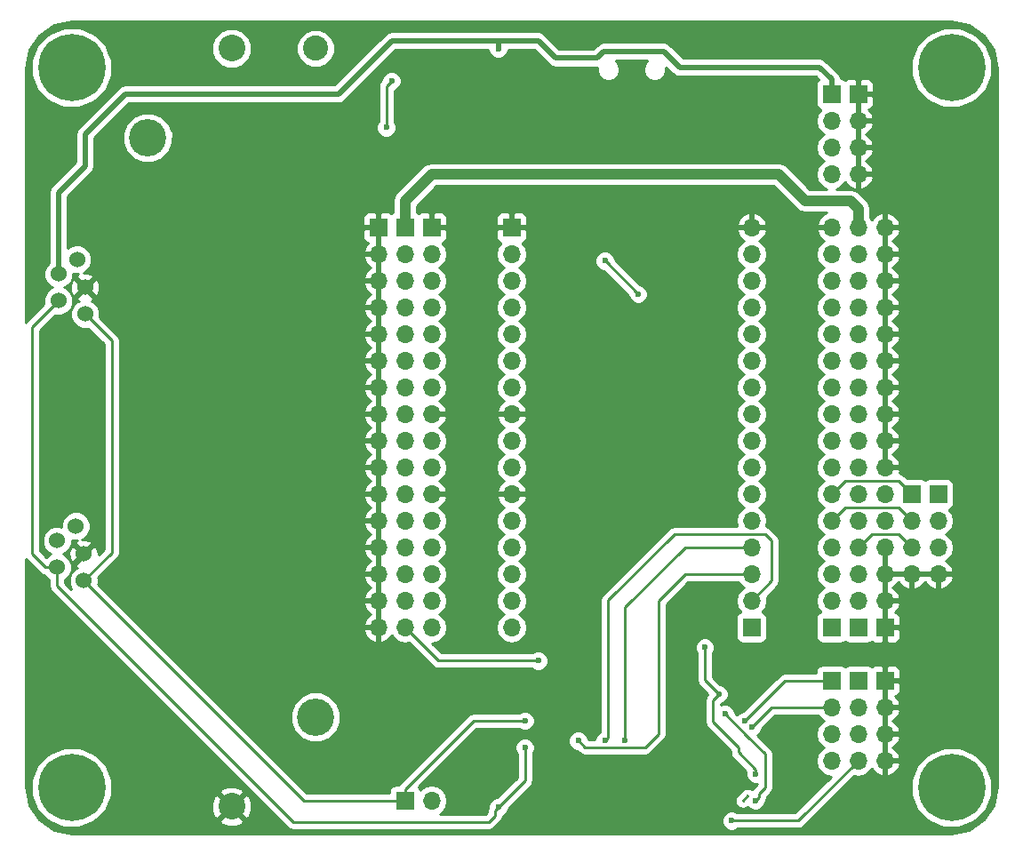
<source format=gbr>
G04 #@! TF.FileFunction,Copper,L2,Bot,Signal*
%FSLAX46Y46*%
G04 Gerber Fmt 4.6, Leading zero omitted, Abs format (unit mm)*
G04 Created by KiCad (PCBNEW 4.0.7) date 11/01/17 14:25:33*
%MOMM*%
%LPD*%
G01*
G04 APERTURE LIST*
%ADD10C,0.100000*%
%ADD11R,1.700000X1.700000*%
%ADD12O,1.700000X1.700000*%
%ADD13C,2.540000*%
%ADD14C,3.550000*%
%ADD15C,2.390000*%
%ADD16C,6.400000*%
%ADD17C,1.524000*%
%ADD18C,0.300000*%
%ADD19C,0.600000*%
%ADD20C,0.250000*%
%ADD21C,1.000000*%
%ADD22C,0.512000*%
%ADD23C,0.254000*%
G04 APERTURE END LIST*
D10*
D11*
X177800000Y-124460000D03*
D12*
X177800000Y-121920000D03*
X177800000Y-119380000D03*
X177800000Y-116840000D03*
X177800000Y-114300000D03*
X177800000Y-111760000D03*
X177800000Y-109220000D03*
X177800000Y-106680000D03*
X177800000Y-104140000D03*
X177800000Y-101600000D03*
X177800000Y-99060000D03*
X177800000Y-96520000D03*
X177800000Y-93980000D03*
X177800000Y-91440000D03*
X177800000Y-88900000D03*
X177800000Y-86360000D03*
D11*
X154940000Y-86360000D03*
D12*
X154940000Y-88900000D03*
X154940000Y-91440000D03*
X154940000Y-93980000D03*
X154940000Y-96520000D03*
X154940000Y-99060000D03*
X154940000Y-101600000D03*
X154940000Y-104140000D03*
X154940000Y-106680000D03*
X154940000Y-109220000D03*
X154940000Y-111760000D03*
X154940000Y-114300000D03*
X154940000Y-116840000D03*
X154940000Y-119380000D03*
X154940000Y-121920000D03*
X154940000Y-124460000D03*
D11*
X147320000Y-86360000D03*
D12*
X147320000Y-88900000D03*
X147320000Y-91440000D03*
X147320000Y-93980000D03*
X147320000Y-96520000D03*
X147320000Y-99060000D03*
X147320000Y-101600000D03*
X147320000Y-104140000D03*
X147320000Y-106680000D03*
X147320000Y-109220000D03*
X147320000Y-111760000D03*
X147320000Y-114300000D03*
X147320000Y-116840000D03*
X147320000Y-119380000D03*
X147320000Y-121920000D03*
X147320000Y-124460000D03*
D11*
X185420000Y-124460000D03*
D12*
X185420000Y-121920000D03*
X185420000Y-119380000D03*
X185420000Y-116840000D03*
X185420000Y-114300000D03*
X185420000Y-111760000D03*
X185420000Y-109220000D03*
X185420000Y-106680000D03*
X185420000Y-104140000D03*
X185420000Y-101600000D03*
X185420000Y-99060000D03*
X185420000Y-96520000D03*
X185420000Y-93980000D03*
X185420000Y-91440000D03*
X185420000Y-88900000D03*
X185420000Y-86360000D03*
D11*
X144780000Y-86360000D03*
D12*
X144780000Y-88900000D03*
X144780000Y-91440000D03*
X144780000Y-93980000D03*
X144780000Y-96520000D03*
X144780000Y-99060000D03*
X144780000Y-101600000D03*
X144780000Y-104140000D03*
X144780000Y-106680000D03*
X144780000Y-109220000D03*
X144780000Y-111760000D03*
X144780000Y-114300000D03*
X144780000Y-116840000D03*
X144780000Y-119380000D03*
X144780000Y-121920000D03*
X144780000Y-124460000D03*
D11*
X187960000Y-124460000D03*
D12*
X187960000Y-121920000D03*
X187960000Y-119380000D03*
X187960000Y-116840000D03*
X187960000Y-114300000D03*
X187960000Y-111760000D03*
X187960000Y-109220000D03*
X187960000Y-106680000D03*
X187960000Y-104140000D03*
X187960000Y-101600000D03*
X187960000Y-99060000D03*
X187960000Y-96520000D03*
X187960000Y-93980000D03*
X187960000Y-91440000D03*
X187960000Y-88900000D03*
X187960000Y-86360000D03*
D11*
X142240000Y-86360000D03*
D12*
X142240000Y-88900000D03*
X142240000Y-91440000D03*
X142240000Y-93980000D03*
X142240000Y-96520000D03*
X142240000Y-99060000D03*
X142240000Y-101600000D03*
X142240000Y-104140000D03*
X142240000Y-106680000D03*
X142240000Y-109220000D03*
X142240000Y-111760000D03*
X142240000Y-114300000D03*
X142240000Y-116840000D03*
X142240000Y-119380000D03*
X142240000Y-121920000D03*
X142240000Y-124460000D03*
D11*
X190500000Y-124460000D03*
D12*
X190500000Y-121920000D03*
X190500000Y-119380000D03*
X190500000Y-116840000D03*
X190500000Y-114300000D03*
X190500000Y-111760000D03*
X190500000Y-109220000D03*
X190500000Y-106680000D03*
X190500000Y-104140000D03*
X190500000Y-101600000D03*
X190500000Y-99060000D03*
X190500000Y-96520000D03*
X190500000Y-93980000D03*
X190500000Y-91440000D03*
X190500000Y-88900000D03*
X190500000Y-86360000D03*
D13*
X128270000Y-141520000D03*
X128270000Y-69300000D03*
D14*
X136270000Y-133010000D03*
X120270000Y-77810000D03*
D15*
X136270000Y-69300000D03*
D16*
X113030000Y-71120000D03*
X196850000Y-71120000D03*
X113030000Y-139700000D03*
X196850000Y-139700000D03*
D11*
X144780000Y-140970000D03*
D12*
X147320000Y-140970000D03*
D11*
X185420000Y-129540000D03*
D12*
X185420000Y-132080000D03*
X185420000Y-134620000D03*
X185420000Y-137160000D03*
D11*
X187960000Y-129540000D03*
D12*
X187960000Y-132080000D03*
X187960000Y-134620000D03*
X187960000Y-137160000D03*
D11*
X190500000Y-129540000D03*
D12*
X190500000Y-132080000D03*
X190500000Y-134620000D03*
X190500000Y-137160000D03*
D17*
X111760000Y-90805000D03*
X114300000Y-92075000D03*
X111760000Y-93345000D03*
X114300000Y-94615000D03*
X113563400Y-89408000D03*
D11*
X185420000Y-73660000D03*
D12*
X185420000Y-76200000D03*
X185420000Y-78740000D03*
X185420000Y-81280000D03*
D11*
X187960000Y-73660000D03*
D12*
X187960000Y-76200000D03*
X187960000Y-78740000D03*
X187960000Y-81280000D03*
D17*
X111633000Y-116205000D03*
X114173000Y-117475000D03*
X111633000Y-118745000D03*
X114173000Y-120015000D03*
X113436400Y-114808000D03*
D11*
X193040000Y-111760000D03*
D12*
X193040000Y-114300000D03*
X193040000Y-116840000D03*
X193040000Y-119380000D03*
D11*
X195580000Y-111760000D03*
D12*
X195580000Y-114300000D03*
X195580000Y-116840000D03*
X195580000Y-119380000D03*
D18*
X167020000Y-87010000D03*
X165720000Y-87010000D03*
X167020000Y-85710000D03*
X165720000Y-85710000D03*
X170820000Y-73820000D03*
X161920000Y-73820000D03*
X170820000Y-68320000D03*
X161920000Y-68320000D03*
X147907500Y-78057500D03*
X146732500Y-78057500D03*
X147907500Y-76882500D03*
X146732500Y-76882500D03*
D19*
X175260000Y-136779000D03*
X146685000Y-135255000D03*
X146685000Y-132715000D03*
X178181000Y-138430000D03*
X173355000Y-126365000D03*
X174688500Y-130810000D03*
X178181000Y-140970000D03*
X175260000Y-132715000D03*
X163830000Y-135255000D03*
X161290000Y-135255000D03*
X165735000Y-135255000D03*
X175895000Y-142875000D03*
X157480000Y-127635000D03*
X153670000Y-69342000D03*
X167005000Y-92710000D03*
X163830000Y-89535000D03*
X143510000Y-72390000D03*
X143002000Y-76835000D03*
X156210000Y-133350000D03*
X153670000Y-141605000D03*
X156210000Y-135890000D03*
X177165000Y-133350000D03*
X177800000Y-133985000D03*
D20*
X176954264Y-140970000D02*
X177419000Y-140505264D01*
X178181000Y-138430000D02*
X178181000Y-138005736D01*
X178181000Y-138005736D02*
X176530000Y-136354736D01*
X176530000Y-136354736D02*
X176530000Y-135890000D01*
X173355000Y-126365000D02*
X173355000Y-129476500D01*
X173355000Y-129476500D02*
X174688500Y-130810000D01*
X174117000Y-133477000D02*
X174117000Y-131381500D01*
X174117000Y-131381500D02*
X174688500Y-130810000D01*
X176530000Y-135890000D02*
X174117000Y-133477000D01*
X179070000Y-139700000D02*
X179070000Y-136525000D01*
X179070000Y-136525000D02*
X177419000Y-134874000D01*
X178480999Y-140289001D02*
X179070000Y-139700000D01*
X178181000Y-140970000D02*
X178480999Y-140670001D01*
X178480999Y-140670001D02*
X178480999Y-140289001D01*
X177419000Y-134874000D02*
X175260000Y-132715000D01*
X179705000Y-116205000D02*
X179705000Y-120015000D01*
X179705000Y-120015000D02*
X177800000Y-121920000D01*
X179070000Y-115570000D02*
X179705000Y-116205000D01*
X170434000Y-115570000D02*
X179070000Y-115570000D01*
X164129999Y-121874001D02*
X170434000Y-115570000D01*
X163830000Y-135255000D02*
X164129999Y-134955001D01*
X164129999Y-134955001D02*
X164129999Y-121874001D01*
X161290000Y-135255000D02*
X161925000Y-135890000D01*
X161925000Y-135890000D02*
X167640000Y-135890000D01*
X167640000Y-135890000D02*
X168910000Y-134620000D01*
X168910000Y-134620000D02*
X168910000Y-121920000D01*
X168910000Y-121920000D02*
X171450000Y-119380000D01*
X171450000Y-119380000D02*
X177800000Y-119380000D01*
X165735000Y-122555000D02*
X171450000Y-116840000D01*
X171450000Y-116840000D02*
X177800000Y-116840000D01*
X165735000Y-135255000D02*
X165735000Y-122555000D01*
X185420000Y-114300000D02*
X186690000Y-113030000D01*
X186690000Y-113030000D02*
X191770000Y-113030000D01*
X191770000Y-113030000D02*
X193040000Y-114300000D01*
X185420000Y-111760000D02*
X186690000Y-110490000D01*
X186690000Y-110490000D02*
X191770000Y-110490000D01*
X191770000Y-110490000D02*
X193040000Y-111760000D01*
X187960000Y-116840000D02*
X189230000Y-115570000D01*
X189230000Y-115570000D02*
X191770000Y-115570000D01*
X191770000Y-115570000D02*
X193040000Y-116840000D01*
D21*
X187198000Y-83820000D02*
X187960000Y-84582000D01*
X187960000Y-84582000D02*
X187960000Y-86360000D01*
X182880000Y-83820000D02*
X187198000Y-83820000D01*
X180340000Y-81280000D02*
X182880000Y-83820000D01*
X147320000Y-81280000D02*
X180340000Y-81280000D01*
D20*
X175895000Y-142875000D02*
X182245000Y-142875000D01*
X182245000Y-142875000D02*
X187960000Y-137160000D01*
X157480000Y-127635000D02*
X147955000Y-127635000D01*
X147955000Y-127635000D02*
X144780000Y-124460000D01*
D21*
X144780000Y-83820000D02*
X147320000Y-81280000D01*
X144780000Y-86360000D02*
X144780000Y-83820000D01*
X144780000Y-86360000D02*
X144780000Y-85939998D01*
D22*
X153670000Y-69342000D02*
X153670000Y-68580000D01*
X138430000Y-73660000D02*
X143510000Y-68580000D01*
X143510000Y-68580000D02*
X153670000Y-68580000D01*
X118110000Y-73660000D02*
X138430000Y-73660000D01*
X114300000Y-77470000D02*
X118110000Y-73660000D01*
X114300000Y-80478118D02*
X114300000Y-77470000D01*
X111760000Y-90805000D02*
X111760000Y-83018118D01*
X111760000Y-83018118D02*
X114300000Y-80478118D01*
X153670000Y-68580000D02*
X157480000Y-68580000D01*
X157480000Y-68580000D02*
X159131000Y-70231000D01*
X184277000Y-71120000D02*
X185420000Y-72263000D01*
X159131000Y-70231000D02*
X163068000Y-70231000D01*
X163068000Y-70231000D02*
X163703000Y-69596000D01*
X169418000Y-69596000D02*
X170942000Y-71120000D01*
X163703000Y-69596000D02*
X169418000Y-69596000D01*
X170942000Y-71120000D02*
X184277000Y-71120000D01*
X185420000Y-72263000D02*
X185420000Y-73660000D01*
D20*
X163830000Y-89535000D02*
X167005000Y-92710000D01*
X143002000Y-72898000D02*
X143510000Y-72390000D01*
X143002000Y-76835000D02*
X143002000Y-72898000D01*
X144780000Y-140970000D02*
X135128000Y-140970000D01*
X135128000Y-140970000D02*
X114173000Y-120015000D01*
X116840000Y-117348000D02*
X116840000Y-97155000D01*
X116840000Y-97155000D02*
X114300000Y-94615000D01*
X114173000Y-120015000D02*
X116840000Y-117348000D01*
X144780000Y-140970000D02*
X144780000Y-139870000D01*
X144780000Y-139870000D02*
X151300000Y-133350000D01*
X151300000Y-133350000D02*
X155785736Y-133350000D01*
X155785736Y-133350000D02*
X156210000Y-133350000D01*
X134112000Y-143002000D02*
X111633000Y-120523000D01*
X111633000Y-120523000D02*
X111633000Y-118745000D01*
X152781000Y-143002000D02*
X134112000Y-143002000D01*
X153370001Y-142412999D02*
X152781000Y-143002000D01*
X153670000Y-141605000D02*
X153370001Y-141904999D01*
X153370001Y-141904999D02*
X153370001Y-142412999D01*
X109220000Y-117409630D02*
X109220000Y-95885000D01*
X109220000Y-95885000D02*
X111760000Y-93345000D01*
X111633000Y-118745000D02*
X110555370Y-118745000D01*
X110555370Y-118745000D02*
X109220000Y-117409630D01*
X156210000Y-139065000D02*
X156210000Y-135890000D01*
X153670000Y-141605000D02*
X156210000Y-139065000D01*
X177165000Y-133350000D02*
X180975000Y-129540000D01*
X180975000Y-129540000D02*
X185420000Y-129540000D01*
X177800000Y-133985000D02*
X179705000Y-132080000D01*
X179705000Y-132080000D02*
X185420000Y-132080000D01*
D23*
G36*
X198517005Y-67095498D02*
X199930221Y-68039779D01*
X200874502Y-69452997D01*
X201220000Y-71189931D01*
X201220000Y-139630069D01*
X200874502Y-141367003D01*
X199930221Y-142780221D01*
X198517005Y-143724502D01*
X196780069Y-144070000D01*
X113099931Y-144070000D01*
X111362997Y-143724502D01*
X109949779Y-142780221D01*
X109005498Y-141367005D01*
X108824981Y-140459482D01*
X109194336Y-140459482D01*
X109776950Y-141869515D01*
X110854811Y-142949259D01*
X112263825Y-143534333D01*
X113789482Y-143535664D01*
X115199515Y-142953050D01*
X115284936Y-142867777D01*
X127101828Y-142867777D01*
X127233520Y-143162657D01*
X127941036Y-143434261D01*
X128698632Y-143414436D01*
X129306480Y-143162657D01*
X129438172Y-142867777D01*
X128270000Y-141699605D01*
X127101828Y-142867777D01*
X115284936Y-142867777D01*
X116279259Y-141875189D01*
X116563344Y-141191036D01*
X126355739Y-141191036D01*
X126375564Y-141948632D01*
X126627343Y-142556480D01*
X126922223Y-142688172D01*
X128090395Y-141520000D01*
X128449605Y-141520000D01*
X129617777Y-142688172D01*
X129912657Y-142556480D01*
X130184261Y-141848964D01*
X130164436Y-141091368D01*
X129912657Y-140483520D01*
X129617777Y-140351828D01*
X128449605Y-141520000D01*
X128090395Y-141520000D01*
X126922223Y-140351828D01*
X126627343Y-140483520D01*
X126355739Y-141191036D01*
X116563344Y-141191036D01*
X116864333Y-140466175D01*
X116864589Y-140172223D01*
X127101828Y-140172223D01*
X128270000Y-141340395D01*
X129438172Y-140172223D01*
X129306480Y-139877343D01*
X128598964Y-139605739D01*
X127841368Y-139625564D01*
X127233520Y-139877343D01*
X127101828Y-140172223D01*
X116864589Y-140172223D01*
X116865664Y-138940518D01*
X116283050Y-137530485D01*
X115205189Y-136450741D01*
X113796175Y-135865667D01*
X112270518Y-135864336D01*
X110860485Y-136446950D01*
X109780741Y-137524811D01*
X109195667Y-138933825D01*
X109194336Y-140459482D01*
X108824981Y-140459482D01*
X108660000Y-139630069D01*
X108660000Y-117913209D01*
X108682599Y-117947031D01*
X110017969Y-119282401D01*
X110264530Y-119447148D01*
X110424732Y-119479014D01*
X110447990Y-119535303D01*
X110840630Y-119928629D01*
X110873000Y-119942070D01*
X110873000Y-120523000D01*
X110930852Y-120813839D01*
X111095599Y-121060401D01*
X133574599Y-143539401D01*
X133821161Y-143704148D01*
X134112000Y-143762000D01*
X152781000Y-143762000D01*
X153071839Y-143704148D01*
X153318401Y-143539401D01*
X153907402Y-142950400D01*
X154072149Y-142703839D01*
X154127053Y-142427821D01*
X154198943Y-142398117D01*
X154462192Y-142135327D01*
X154604838Y-141791799D01*
X154604879Y-141744923D01*
X156747401Y-139602401D01*
X156912148Y-139355840D01*
X156938732Y-139222192D01*
X156970000Y-139065000D01*
X156970000Y-136452463D01*
X157002192Y-136420327D01*
X157144838Y-136076799D01*
X157145162Y-135704833D01*
X157035805Y-135440167D01*
X160354838Y-135440167D01*
X160496883Y-135783943D01*
X160759673Y-136047192D01*
X161103201Y-136189838D01*
X161150077Y-136189879D01*
X161387599Y-136427401D01*
X161634161Y-136592148D01*
X161925000Y-136650000D01*
X167640000Y-136650000D01*
X167930839Y-136592148D01*
X168177401Y-136427401D01*
X169447401Y-135157401D01*
X169612148Y-134910840D01*
X169670000Y-134620000D01*
X169670000Y-126550167D01*
X172419838Y-126550167D01*
X172561883Y-126893943D01*
X172595000Y-126927118D01*
X172595000Y-129476500D01*
X172652852Y-129767339D01*
X172817599Y-130013901D01*
X173613698Y-130810000D01*
X173579599Y-130844099D01*
X173414852Y-131090661D01*
X173357000Y-131381500D01*
X173357000Y-133477000D01*
X173414852Y-133767839D01*
X173579599Y-134014401D01*
X175770000Y-136204802D01*
X175770000Y-136354736D01*
X175827852Y-136645575D01*
X175992599Y-136892137D01*
X177274769Y-138174307D01*
X177246162Y-138243201D01*
X177245838Y-138615167D01*
X177387883Y-138958943D01*
X177650673Y-139222192D01*
X177994201Y-139364838D01*
X178310000Y-139365113D01*
X178310000Y-139385198D01*
X177943598Y-139751600D01*
X177847649Y-139895198D01*
X177709839Y-139803116D01*
X177419000Y-139745264D01*
X177128161Y-139803116D01*
X176881599Y-139967863D01*
X176416863Y-140432599D01*
X176252116Y-140679161D01*
X176194264Y-140970000D01*
X176252116Y-141260839D01*
X176416863Y-141507401D01*
X176663425Y-141672148D01*
X176954264Y-141730000D01*
X177245103Y-141672148D01*
X177434474Y-141545615D01*
X177650673Y-141762192D01*
X177994201Y-141904838D01*
X178366167Y-141905162D01*
X178709943Y-141763117D01*
X178973192Y-141500327D01*
X179115838Y-141156799D01*
X179115921Y-141061451D01*
X179183147Y-140960840D01*
X179240999Y-140670001D01*
X179240999Y-140603803D01*
X179607401Y-140237401D01*
X179772148Y-139990840D01*
X179830000Y-139700000D01*
X179830000Y-136525000D01*
X179772148Y-136234161D01*
X179607401Y-135987599D01*
X178363461Y-134743659D01*
X178592192Y-134515327D01*
X178734838Y-134171799D01*
X178734879Y-134124923D01*
X180019802Y-132840000D01*
X184147046Y-132840000D01*
X184340853Y-133130054D01*
X184670026Y-133350000D01*
X184340853Y-133569946D01*
X184018946Y-134051715D01*
X183905907Y-134620000D01*
X184018946Y-135188285D01*
X184340853Y-135670054D01*
X184670026Y-135890000D01*
X184340853Y-136109946D01*
X184018946Y-136591715D01*
X183905907Y-137160000D01*
X184018946Y-137728285D01*
X184340853Y-138210054D01*
X184822622Y-138531961D01*
X185390907Y-138645000D01*
X185400197Y-138645000D01*
X181930198Y-142115000D01*
X176457463Y-142115000D01*
X176425327Y-142082808D01*
X176081799Y-141940162D01*
X175709833Y-141939838D01*
X175366057Y-142081883D01*
X175102808Y-142344673D01*
X174960162Y-142688201D01*
X174959838Y-143060167D01*
X175101883Y-143403943D01*
X175364673Y-143667192D01*
X175708201Y-143809838D01*
X176080167Y-143810162D01*
X176423943Y-143668117D01*
X176457118Y-143635000D01*
X182245000Y-143635000D01*
X182535839Y-143577148D01*
X182782401Y-143412401D01*
X185735320Y-140459482D01*
X193014336Y-140459482D01*
X193596950Y-141869515D01*
X194674811Y-142949259D01*
X196083825Y-143534333D01*
X197609482Y-143535664D01*
X199019515Y-142953050D01*
X200099259Y-141875189D01*
X200684333Y-140466175D01*
X200685664Y-138940518D01*
X200103050Y-137530485D01*
X199025189Y-136450741D01*
X197616175Y-135865667D01*
X196090518Y-135864336D01*
X194680485Y-136446950D01*
X193600741Y-137524811D01*
X193015667Y-138933825D01*
X193014336Y-140459482D01*
X185735320Y-140459482D01*
X187613032Y-138581771D01*
X187930907Y-138645000D01*
X187989093Y-138645000D01*
X188557378Y-138531961D01*
X189039147Y-138210054D01*
X189228345Y-137926899D01*
X189228355Y-137926924D01*
X189618642Y-138355183D01*
X190143108Y-138601486D01*
X190373000Y-138480819D01*
X190373000Y-137287000D01*
X190627000Y-137287000D01*
X190627000Y-138480819D01*
X190856892Y-138601486D01*
X191381358Y-138355183D01*
X191771645Y-137926924D01*
X191941476Y-137516890D01*
X191820155Y-137287000D01*
X190627000Y-137287000D01*
X190373000Y-137287000D01*
X190353000Y-137287000D01*
X190353000Y-137033000D01*
X190373000Y-137033000D01*
X190373000Y-134747000D01*
X190627000Y-134747000D01*
X190627000Y-137033000D01*
X191820155Y-137033000D01*
X191941476Y-136803110D01*
X191771645Y-136393076D01*
X191381358Y-135964817D01*
X191222046Y-135890000D01*
X191381358Y-135815183D01*
X191771645Y-135386924D01*
X191941476Y-134976890D01*
X191820155Y-134747000D01*
X190627000Y-134747000D01*
X190373000Y-134747000D01*
X190353000Y-134747000D01*
X190353000Y-134493000D01*
X190373000Y-134493000D01*
X190373000Y-132207000D01*
X190627000Y-132207000D01*
X190627000Y-134493000D01*
X191820155Y-134493000D01*
X191941476Y-134263110D01*
X191771645Y-133853076D01*
X191381358Y-133424817D01*
X191222046Y-133350000D01*
X191381358Y-133275183D01*
X191771645Y-132846924D01*
X191941476Y-132436890D01*
X191820155Y-132207000D01*
X190627000Y-132207000D01*
X190373000Y-132207000D01*
X190353000Y-132207000D01*
X190353000Y-131953000D01*
X190373000Y-131953000D01*
X190373000Y-129667000D01*
X190627000Y-129667000D01*
X190627000Y-131953000D01*
X191820155Y-131953000D01*
X191941476Y-131723110D01*
X191771645Y-131313076D01*
X191500122Y-131015136D01*
X191709698Y-130928327D01*
X191888327Y-130749699D01*
X191985000Y-130516310D01*
X191985000Y-129825750D01*
X191826250Y-129667000D01*
X190627000Y-129667000D01*
X190373000Y-129667000D01*
X190353000Y-129667000D01*
X190353000Y-129413000D01*
X190373000Y-129413000D01*
X190373000Y-128213750D01*
X190627000Y-128213750D01*
X190627000Y-129413000D01*
X191826250Y-129413000D01*
X191985000Y-129254250D01*
X191985000Y-128563690D01*
X191888327Y-128330301D01*
X191709698Y-128151673D01*
X191476309Y-128055000D01*
X190785750Y-128055000D01*
X190627000Y-128213750D01*
X190373000Y-128213750D01*
X190214250Y-128055000D01*
X189523691Y-128055000D01*
X189290302Y-128151673D01*
X189232104Y-128209871D01*
X189061890Y-128093569D01*
X188810000Y-128042560D01*
X187110000Y-128042560D01*
X186874683Y-128086838D01*
X186687923Y-128207015D01*
X186521890Y-128093569D01*
X186270000Y-128042560D01*
X184570000Y-128042560D01*
X184334683Y-128086838D01*
X184118559Y-128225910D01*
X183973569Y-128438110D01*
X183922560Y-128690000D01*
X183922560Y-128780000D01*
X180975000Y-128780000D01*
X180684161Y-128837852D01*
X180437599Y-129002599D01*
X177025320Y-132414878D01*
X176979833Y-132414838D01*
X176636057Y-132556883D01*
X176406171Y-132786369D01*
X176195122Y-132575320D01*
X176195162Y-132529833D01*
X176053117Y-132186057D01*
X175790327Y-131922808D01*
X175446799Y-131780162D01*
X175074833Y-131779838D01*
X174877000Y-131861581D01*
X174877000Y-131743785D01*
X175217443Y-131603117D01*
X175480692Y-131340327D01*
X175623338Y-130996799D01*
X175623662Y-130624833D01*
X175481617Y-130281057D01*
X175218827Y-130017808D01*
X174875299Y-129875162D01*
X174828423Y-129875121D01*
X174115000Y-129161698D01*
X174115000Y-126927463D01*
X174147192Y-126895327D01*
X174289838Y-126551799D01*
X174290162Y-126179833D01*
X174148117Y-125836057D01*
X173885327Y-125572808D01*
X173541799Y-125430162D01*
X173169833Y-125429838D01*
X172826057Y-125571883D01*
X172562808Y-125834673D01*
X172420162Y-126178201D01*
X172419838Y-126550167D01*
X169670000Y-126550167D01*
X169670000Y-122234802D01*
X171764802Y-120140000D01*
X176527046Y-120140000D01*
X176720853Y-120430054D01*
X177050026Y-120650000D01*
X176720853Y-120869946D01*
X176398946Y-121351715D01*
X176285907Y-121920000D01*
X176398946Y-122488285D01*
X176720853Y-122970054D01*
X176762452Y-122997850D01*
X176714683Y-123006838D01*
X176498559Y-123145910D01*
X176353569Y-123358110D01*
X176302560Y-123610000D01*
X176302560Y-125310000D01*
X176346838Y-125545317D01*
X176485910Y-125761441D01*
X176698110Y-125906431D01*
X176950000Y-125957440D01*
X178650000Y-125957440D01*
X178885317Y-125913162D01*
X179101441Y-125774090D01*
X179246431Y-125561890D01*
X179297440Y-125310000D01*
X179297440Y-123610000D01*
X179253162Y-123374683D01*
X179114090Y-123158559D01*
X178901890Y-123013569D01*
X178834459Y-122999914D01*
X178879147Y-122970054D01*
X179201054Y-122488285D01*
X179314093Y-121920000D01*
X179241210Y-121553592D01*
X180242401Y-120552401D01*
X180407148Y-120305839D01*
X180465000Y-120015000D01*
X180465000Y-116205000D01*
X180407148Y-115914161D01*
X180242401Y-115667599D01*
X179607401Y-115032599D01*
X179360839Y-114867852D01*
X179207218Y-114837295D01*
X179314093Y-114300000D01*
X179201054Y-113731715D01*
X178879147Y-113249946D01*
X178549974Y-113030000D01*
X178879147Y-112810054D01*
X179201054Y-112328285D01*
X179314093Y-111760000D01*
X179201054Y-111191715D01*
X178879147Y-110709946D01*
X178549974Y-110490000D01*
X178879147Y-110270054D01*
X179201054Y-109788285D01*
X179314093Y-109220000D01*
X179201054Y-108651715D01*
X178879147Y-108169946D01*
X178549974Y-107950000D01*
X178879147Y-107730054D01*
X179201054Y-107248285D01*
X179314093Y-106680000D01*
X179201054Y-106111715D01*
X178879147Y-105629946D01*
X178549974Y-105410000D01*
X178879147Y-105190054D01*
X179201054Y-104708285D01*
X179314093Y-104140000D01*
X179201054Y-103571715D01*
X178879147Y-103089946D01*
X178549974Y-102870000D01*
X178879147Y-102650054D01*
X179201054Y-102168285D01*
X179314093Y-101600000D01*
X179201054Y-101031715D01*
X178879147Y-100549946D01*
X178549974Y-100330000D01*
X178879147Y-100110054D01*
X179201054Y-99628285D01*
X179314093Y-99060000D01*
X179201054Y-98491715D01*
X178879147Y-98009946D01*
X178549974Y-97790000D01*
X178879147Y-97570054D01*
X179201054Y-97088285D01*
X179314093Y-96520000D01*
X179201054Y-95951715D01*
X178879147Y-95469946D01*
X178549974Y-95250000D01*
X178879147Y-95030054D01*
X179201054Y-94548285D01*
X179314093Y-93980000D01*
X179201054Y-93411715D01*
X178879147Y-92929946D01*
X178549974Y-92710000D01*
X178879147Y-92490054D01*
X179201054Y-92008285D01*
X179314093Y-91440000D01*
X179201054Y-90871715D01*
X178879147Y-90389946D01*
X178549974Y-90170000D01*
X178879147Y-89950054D01*
X179201054Y-89468285D01*
X179314093Y-88900000D01*
X179201054Y-88331715D01*
X178879147Y-87849946D01*
X178538447Y-87622298D01*
X178681358Y-87555183D01*
X179071645Y-87126924D01*
X179241476Y-86716890D01*
X179120155Y-86487000D01*
X177927000Y-86487000D01*
X177927000Y-86507000D01*
X177673000Y-86507000D01*
X177673000Y-86487000D01*
X176479845Y-86487000D01*
X176358524Y-86716890D01*
X176528355Y-87126924D01*
X176918642Y-87555183D01*
X177061553Y-87622298D01*
X176720853Y-87849946D01*
X176398946Y-88331715D01*
X176285907Y-88900000D01*
X176398946Y-89468285D01*
X176720853Y-89950054D01*
X177050026Y-90170000D01*
X176720853Y-90389946D01*
X176398946Y-90871715D01*
X176285907Y-91440000D01*
X176398946Y-92008285D01*
X176720853Y-92490054D01*
X177050026Y-92710000D01*
X176720853Y-92929946D01*
X176398946Y-93411715D01*
X176285907Y-93980000D01*
X176398946Y-94548285D01*
X176720853Y-95030054D01*
X177050026Y-95250000D01*
X176720853Y-95469946D01*
X176398946Y-95951715D01*
X176285907Y-96520000D01*
X176398946Y-97088285D01*
X176720853Y-97570054D01*
X177050026Y-97790000D01*
X176720853Y-98009946D01*
X176398946Y-98491715D01*
X176285907Y-99060000D01*
X176398946Y-99628285D01*
X176720853Y-100110054D01*
X177050026Y-100330000D01*
X176720853Y-100549946D01*
X176398946Y-101031715D01*
X176285907Y-101600000D01*
X176398946Y-102168285D01*
X176720853Y-102650054D01*
X177050026Y-102870000D01*
X176720853Y-103089946D01*
X176398946Y-103571715D01*
X176285907Y-104140000D01*
X176398946Y-104708285D01*
X176720853Y-105190054D01*
X177050026Y-105410000D01*
X176720853Y-105629946D01*
X176398946Y-106111715D01*
X176285907Y-106680000D01*
X176398946Y-107248285D01*
X176720853Y-107730054D01*
X177050026Y-107950000D01*
X176720853Y-108169946D01*
X176398946Y-108651715D01*
X176285907Y-109220000D01*
X176398946Y-109788285D01*
X176720853Y-110270054D01*
X177050026Y-110490000D01*
X176720853Y-110709946D01*
X176398946Y-111191715D01*
X176285907Y-111760000D01*
X176398946Y-112328285D01*
X176720853Y-112810054D01*
X177050026Y-113030000D01*
X176720853Y-113249946D01*
X176398946Y-113731715D01*
X176285907Y-114300000D01*
X176387352Y-114810000D01*
X170434000Y-114810000D01*
X170143161Y-114867852D01*
X169896599Y-115032599D01*
X163592598Y-121336600D01*
X163427851Y-121583162D01*
X163369999Y-121874001D01*
X163369999Y-134433397D01*
X163301057Y-134461883D01*
X163037808Y-134724673D01*
X162895162Y-135068201D01*
X162895108Y-135130000D01*
X162239802Y-135130000D01*
X162225122Y-135115320D01*
X162225162Y-135069833D01*
X162083117Y-134726057D01*
X161820327Y-134462808D01*
X161476799Y-134320162D01*
X161104833Y-134319838D01*
X160761057Y-134461883D01*
X160497808Y-134724673D01*
X160355162Y-135068201D01*
X160354838Y-135440167D01*
X157035805Y-135440167D01*
X157003117Y-135361057D01*
X156740327Y-135097808D01*
X156396799Y-134955162D01*
X156024833Y-134954838D01*
X155681057Y-135096883D01*
X155417808Y-135359673D01*
X155275162Y-135703201D01*
X155274838Y-136075167D01*
X155416883Y-136418943D01*
X155450000Y-136452118D01*
X155450000Y-138750198D01*
X153530320Y-140669878D01*
X153484833Y-140669838D01*
X153141057Y-140811883D01*
X152877808Y-141074673D01*
X152735162Y-141418201D01*
X152735079Y-141513549D01*
X152667853Y-141614160D01*
X152610001Y-141904999D01*
X152610001Y-142098197D01*
X152466198Y-142242000D01*
X148081428Y-142242000D01*
X148370054Y-142049147D01*
X148691961Y-141567378D01*
X148805000Y-140999093D01*
X148805000Y-140940907D01*
X148691961Y-140372622D01*
X148370054Y-139890853D01*
X147888285Y-139568946D01*
X147320000Y-139455907D01*
X146751715Y-139568946D01*
X146269946Y-139890853D01*
X146242150Y-139932452D01*
X146233162Y-139884683D01*
X146094090Y-139668559D01*
X146071606Y-139653196D01*
X151614802Y-134110000D01*
X155647537Y-134110000D01*
X155679673Y-134142192D01*
X156023201Y-134284838D01*
X156395167Y-134285162D01*
X156738943Y-134143117D01*
X157002192Y-133880327D01*
X157144838Y-133536799D01*
X157145162Y-133164833D01*
X157003117Y-132821057D01*
X156740327Y-132557808D01*
X156396799Y-132415162D01*
X156024833Y-132414838D01*
X155681057Y-132556883D01*
X155647882Y-132590000D01*
X151300000Y-132590000D01*
X151057414Y-132638254D01*
X151009160Y-132647852D01*
X150762599Y-132812599D01*
X144242599Y-139332599D01*
X144149080Y-139472560D01*
X143930000Y-139472560D01*
X143694683Y-139516838D01*
X143478559Y-139655910D01*
X143333569Y-139868110D01*
X143282560Y-140120000D01*
X143282560Y-140210000D01*
X135442802Y-140210000D01*
X128720078Y-133487276D01*
X133859582Y-133487276D01*
X134225710Y-134373372D01*
X134903062Y-135051908D01*
X135788518Y-135419581D01*
X136747276Y-135420418D01*
X137633372Y-135054290D01*
X138311908Y-134376938D01*
X138679581Y-133491482D01*
X138680418Y-132532724D01*
X138314290Y-131646628D01*
X137636938Y-130968092D01*
X136751482Y-130600419D01*
X135792724Y-130599582D01*
X134906628Y-130965710D01*
X134228092Y-131643062D01*
X133860419Y-132528518D01*
X133859582Y-133487276D01*
X128720078Y-133487276D01*
X120049692Y-124816890D01*
X140798524Y-124816890D01*
X140968355Y-125226924D01*
X141358642Y-125655183D01*
X141883108Y-125901486D01*
X142113000Y-125780819D01*
X142113000Y-124587000D01*
X140919845Y-124587000D01*
X140798524Y-124816890D01*
X120049692Y-124816890D01*
X117509692Y-122276890D01*
X140798524Y-122276890D01*
X140968355Y-122686924D01*
X141358642Y-123115183D01*
X141517954Y-123190000D01*
X141358642Y-123264817D01*
X140968355Y-123693076D01*
X140798524Y-124103110D01*
X140919845Y-124333000D01*
X142113000Y-124333000D01*
X142113000Y-122047000D01*
X140919845Y-122047000D01*
X140798524Y-122276890D01*
X117509692Y-122276890D01*
X115557183Y-120324381D01*
X115569757Y-120294100D01*
X115570242Y-119738339D01*
X115569644Y-119736890D01*
X140798524Y-119736890D01*
X140968355Y-120146924D01*
X141358642Y-120575183D01*
X141517954Y-120650000D01*
X141358642Y-120724817D01*
X140968355Y-121153076D01*
X140798524Y-121563110D01*
X140919845Y-121793000D01*
X142113000Y-121793000D01*
X142113000Y-119507000D01*
X140919845Y-119507000D01*
X140798524Y-119736890D01*
X115569644Y-119736890D01*
X115556857Y-119705945D01*
X117377401Y-117885401D01*
X117542148Y-117638839D01*
X117600000Y-117348000D01*
X117600000Y-117196890D01*
X140798524Y-117196890D01*
X140968355Y-117606924D01*
X141358642Y-118035183D01*
X141517954Y-118110000D01*
X141358642Y-118184817D01*
X140968355Y-118613076D01*
X140798524Y-119023110D01*
X140919845Y-119253000D01*
X142113000Y-119253000D01*
X142113000Y-116967000D01*
X140919845Y-116967000D01*
X140798524Y-117196890D01*
X117600000Y-117196890D01*
X117600000Y-114656890D01*
X140798524Y-114656890D01*
X140968355Y-115066924D01*
X141358642Y-115495183D01*
X141517954Y-115570000D01*
X141358642Y-115644817D01*
X140968355Y-116073076D01*
X140798524Y-116483110D01*
X140919845Y-116713000D01*
X142113000Y-116713000D01*
X142113000Y-114427000D01*
X140919845Y-114427000D01*
X140798524Y-114656890D01*
X117600000Y-114656890D01*
X117600000Y-112116890D01*
X140798524Y-112116890D01*
X140968355Y-112526924D01*
X141358642Y-112955183D01*
X141517954Y-113030000D01*
X141358642Y-113104817D01*
X140968355Y-113533076D01*
X140798524Y-113943110D01*
X140919845Y-114173000D01*
X142113000Y-114173000D01*
X142113000Y-111887000D01*
X140919845Y-111887000D01*
X140798524Y-112116890D01*
X117600000Y-112116890D01*
X117600000Y-109576890D01*
X140798524Y-109576890D01*
X140968355Y-109986924D01*
X141358642Y-110415183D01*
X141517954Y-110490000D01*
X141358642Y-110564817D01*
X140968355Y-110993076D01*
X140798524Y-111403110D01*
X140919845Y-111633000D01*
X142113000Y-111633000D01*
X142113000Y-109347000D01*
X140919845Y-109347000D01*
X140798524Y-109576890D01*
X117600000Y-109576890D01*
X117600000Y-107036890D01*
X140798524Y-107036890D01*
X140968355Y-107446924D01*
X141358642Y-107875183D01*
X141517954Y-107950000D01*
X141358642Y-108024817D01*
X140968355Y-108453076D01*
X140798524Y-108863110D01*
X140919845Y-109093000D01*
X142113000Y-109093000D01*
X142113000Y-106807000D01*
X140919845Y-106807000D01*
X140798524Y-107036890D01*
X117600000Y-107036890D01*
X117600000Y-104496890D01*
X140798524Y-104496890D01*
X140968355Y-104906924D01*
X141358642Y-105335183D01*
X141517954Y-105410000D01*
X141358642Y-105484817D01*
X140968355Y-105913076D01*
X140798524Y-106323110D01*
X140919845Y-106553000D01*
X142113000Y-106553000D01*
X142113000Y-104267000D01*
X140919845Y-104267000D01*
X140798524Y-104496890D01*
X117600000Y-104496890D01*
X117600000Y-101956890D01*
X140798524Y-101956890D01*
X140968355Y-102366924D01*
X141358642Y-102795183D01*
X141517954Y-102870000D01*
X141358642Y-102944817D01*
X140968355Y-103373076D01*
X140798524Y-103783110D01*
X140919845Y-104013000D01*
X142113000Y-104013000D01*
X142113000Y-101727000D01*
X140919845Y-101727000D01*
X140798524Y-101956890D01*
X117600000Y-101956890D01*
X117600000Y-99416890D01*
X140798524Y-99416890D01*
X140968355Y-99826924D01*
X141358642Y-100255183D01*
X141517954Y-100330000D01*
X141358642Y-100404817D01*
X140968355Y-100833076D01*
X140798524Y-101243110D01*
X140919845Y-101473000D01*
X142113000Y-101473000D01*
X142113000Y-99187000D01*
X140919845Y-99187000D01*
X140798524Y-99416890D01*
X117600000Y-99416890D01*
X117600000Y-97155000D01*
X117544680Y-96876890D01*
X140798524Y-96876890D01*
X140968355Y-97286924D01*
X141358642Y-97715183D01*
X141517954Y-97790000D01*
X141358642Y-97864817D01*
X140968355Y-98293076D01*
X140798524Y-98703110D01*
X140919845Y-98933000D01*
X142113000Y-98933000D01*
X142113000Y-96647000D01*
X140919845Y-96647000D01*
X140798524Y-96876890D01*
X117544680Y-96876890D01*
X117542148Y-96864161D01*
X117542148Y-96864160D01*
X117377401Y-96617599D01*
X115684183Y-94924381D01*
X115696757Y-94894100D01*
X115697242Y-94338339D01*
X115696644Y-94336890D01*
X140798524Y-94336890D01*
X140968355Y-94746924D01*
X141358642Y-95175183D01*
X141517954Y-95250000D01*
X141358642Y-95324817D01*
X140968355Y-95753076D01*
X140798524Y-96163110D01*
X140919845Y-96393000D01*
X142113000Y-96393000D01*
X142113000Y-94107000D01*
X140919845Y-94107000D01*
X140798524Y-94336890D01*
X115696644Y-94336890D01*
X115485010Y-93824697D01*
X115092370Y-93431371D01*
X114900273Y-93351605D01*
X115031143Y-93297397D01*
X115100608Y-93055213D01*
X114300000Y-92254605D01*
X113499392Y-93055213D01*
X113568857Y-93297397D01*
X113709318Y-93347509D01*
X113509697Y-93429990D01*
X113116371Y-93822630D01*
X112903243Y-94335900D01*
X112902758Y-94891661D01*
X113114990Y-95405303D01*
X113507630Y-95798629D01*
X114020900Y-96011757D01*
X114576661Y-96012242D01*
X114609055Y-95998857D01*
X116080000Y-97469802D01*
X116080000Y-117033198D01*
X115574916Y-117538282D01*
X115554362Y-117127632D01*
X115395397Y-116743857D01*
X115153213Y-116674392D01*
X114352605Y-117475000D01*
X114366748Y-117489143D01*
X114187143Y-117668748D01*
X114173000Y-117654605D01*
X113372392Y-118455213D01*
X113441857Y-118697397D01*
X113582318Y-118747509D01*
X113382697Y-118829990D01*
X112989371Y-119222630D01*
X112776243Y-119735900D01*
X112775758Y-120291661D01*
X112986501Y-120801699D01*
X112393000Y-120208198D01*
X112393000Y-119942531D01*
X112423303Y-119930010D01*
X112816629Y-119537370D01*
X113029757Y-119024100D01*
X113030242Y-118468339D01*
X112818010Y-117954697D01*
X112425370Y-117561371D01*
X112217488Y-117475051D01*
X112423303Y-117390010D01*
X112546225Y-117267302D01*
X112763856Y-117267302D01*
X112791638Y-117822368D01*
X112950603Y-118206143D01*
X113192787Y-118275608D01*
X113993395Y-117475000D01*
X113192787Y-116674392D01*
X112950603Y-116743857D01*
X112763856Y-117267302D01*
X112546225Y-117267302D01*
X112816629Y-116997370D01*
X113029757Y-116484100D01*
X113030047Y-116151917D01*
X113157300Y-116204757D01*
X113556526Y-116205105D01*
X113441857Y-116252603D01*
X113372392Y-116494787D01*
X114173000Y-117295395D01*
X114973608Y-116494787D01*
X114904143Y-116252603D01*
X114380698Y-116065856D01*
X114004877Y-116084666D01*
X114226703Y-115993010D01*
X114620029Y-115600370D01*
X114833157Y-115087100D01*
X114833642Y-114531339D01*
X114621410Y-114017697D01*
X114228770Y-113624371D01*
X113715500Y-113411243D01*
X113159739Y-113410758D01*
X112646097Y-113622990D01*
X112252771Y-114015630D01*
X112039643Y-114528900D01*
X112039353Y-114861083D01*
X111912100Y-114808243D01*
X111356339Y-114807758D01*
X110842697Y-115019990D01*
X110449371Y-115412630D01*
X110236243Y-115925900D01*
X110235758Y-116481661D01*
X110447990Y-116995303D01*
X110840630Y-117388629D01*
X111048512Y-117474949D01*
X110842697Y-117559990D01*
X110643756Y-117758584D01*
X109980000Y-117094828D01*
X109980000Y-96199802D01*
X111450619Y-94729183D01*
X111480900Y-94741757D01*
X112036661Y-94742242D01*
X112550303Y-94530010D01*
X112943629Y-94137370D01*
X113156757Y-93624100D01*
X113157242Y-93068339D01*
X112945010Y-92554697D01*
X112552370Y-92161371D01*
X112344488Y-92075051D01*
X112550303Y-91990010D01*
X112673225Y-91867302D01*
X112890856Y-91867302D01*
X112918638Y-92422368D01*
X113077603Y-92806143D01*
X113319787Y-92875608D01*
X114120395Y-92075000D01*
X114479605Y-92075000D01*
X115280213Y-92875608D01*
X115522397Y-92806143D01*
X115709144Y-92282698D01*
X115684829Y-91796890D01*
X140798524Y-91796890D01*
X140968355Y-92206924D01*
X141358642Y-92635183D01*
X141517954Y-92710000D01*
X141358642Y-92784817D01*
X140968355Y-93213076D01*
X140798524Y-93623110D01*
X140919845Y-93853000D01*
X142113000Y-93853000D01*
X142113000Y-91567000D01*
X140919845Y-91567000D01*
X140798524Y-91796890D01*
X115684829Y-91796890D01*
X115681362Y-91727632D01*
X115522397Y-91343857D01*
X115280213Y-91274392D01*
X114479605Y-92075000D01*
X114120395Y-92075000D01*
X113319787Y-91274392D01*
X113077603Y-91343857D01*
X112890856Y-91867302D01*
X112673225Y-91867302D01*
X112943629Y-91597370D01*
X113156757Y-91084100D01*
X113157047Y-90751917D01*
X113284300Y-90804757D01*
X113683526Y-90805105D01*
X113568857Y-90852603D01*
X113499392Y-91094787D01*
X114300000Y-91895395D01*
X115100608Y-91094787D01*
X115031143Y-90852603D01*
X114507698Y-90665856D01*
X114131877Y-90684666D01*
X114353703Y-90593010D01*
X114747029Y-90200370D01*
X114960157Y-89687100D01*
X114960532Y-89256890D01*
X140798524Y-89256890D01*
X140968355Y-89666924D01*
X141358642Y-90095183D01*
X141517954Y-90170000D01*
X141358642Y-90244817D01*
X140968355Y-90673076D01*
X140798524Y-91083110D01*
X140919845Y-91313000D01*
X142113000Y-91313000D01*
X142113000Y-89027000D01*
X140919845Y-89027000D01*
X140798524Y-89256890D01*
X114960532Y-89256890D01*
X114960642Y-89131339D01*
X114748410Y-88617697D01*
X114355770Y-88224371D01*
X113842500Y-88011243D01*
X113286739Y-88010758D01*
X112773097Y-88222990D01*
X112651000Y-88344874D01*
X112651000Y-86645750D01*
X140755000Y-86645750D01*
X140755000Y-87336310D01*
X140851673Y-87569699D01*
X141030302Y-87748327D01*
X141239878Y-87835136D01*
X140968355Y-88133076D01*
X140798524Y-88543110D01*
X140919845Y-88773000D01*
X142113000Y-88773000D01*
X142113000Y-86487000D01*
X140913750Y-86487000D01*
X140755000Y-86645750D01*
X112651000Y-86645750D01*
X112651000Y-85383690D01*
X140755000Y-85383690D01*
X140755000Y-86074250D01*
X140913750Y-86233000D01*
X142113000Y-86233000D01*
X142113000Y-85033750D01*
X141954250Y-84875000D01*
X141263691Y-84875000D01*
X141030302Y-84971673D01*
X140851673Y-85150301D01*
X140755000Y-85383690D01*
X112651000Y-85383690D01*
X112651000Y-83387182D01*
X114930032Y-81108150D01*
X115123177Y-80819089D01*
X115184046Y-80513076D01*
X115191000Y-80478118D01*
X115191000Y-78287276D01*
X117859582Y-78287276D01*
X118225710Y-79173372D01*
X118903062Y-79851908D01*
X119788518Y-80219581D01*
X120747276Y-80220418D01*
X121633372Y-79854290D01*
X122311908Y-79176938D01*
X122679581Y-78291482D01*
X122680418Y-77332724D01*
X122551272Y-77020167D01*
X142066838Y-77020167D01*
X142208883Y-77363943D01*
X142471673Y-77627192D01*
X142815201Y-77769838D01*
X143187167Y-77770162D01*
X143530943Y-77628117D01*
X143794192Y-77365327D01*
X143936838Y-77021799D01*
X143937162Y-76649833D01*
X143795117Y-76306057D01*
X143762000Y-76272882D01*
X143762000Y-73297547D01*
X144038943Y-73183117D01*
X144302192Y-72920327D01*
X144444838Y-72576799D01*
X144445162Y-72204833D01*
X144303117Y-71861057D01*
X144040327Y-71597808D01*
X143696799Y-71455162D01*
X143324833Y-71454838D01*
X142981057Y-71596883D01*
X142717808Y-71859673D01*
X142575162Y-72203201D01*
X142575121Y-72250077D01*
X142464599Y-72360599D01*
X142299852Y-72607161D01*
X142242000Y-72898000D01*
X142242000Y-76272537D01*
X142209808Y-76304673D01*
X142067162Y-76648201D01*
X142066838Y-77020167D01*
X122551272Y-77020167D01*
X122314290Y-76446628D01*
X121636938Y-75768092D01*
X120751482Y-75400419D01*
X119792724Y-75399582D01*
X118906628Y-75765710D01*
X118228092Y-76443062D01*
X117860419Y-77328518D01*
X117859582Y-78287276D01*
X115191000Y-78287276D01*
X115191000Y-77839064D01*
X118479064Y-74551000D01*
X138430000Y-74551000D01*
X138770971Y-74483177D01*
X139060032Y-74290032D01*
X143879064Y-69471000D01*
X152734887Y-69471000D01*
X152734838Y-69527167D01*
X152876883Y-69870943D01*
X153139673Y-70134192D01*
X153483201Y-70276838D01*
X153855167Y-70277162D01*
X154198943Y-70135117D01*
X154462192Y-69872327D01*
X154604838Y-69528799D01*
X154604888Y-69471000D01*
X157110936Y-69471000D01*
X158500968Y-70861032D01*
X158790029Y-71054177D01*
X159131000Y-71122000D01*
X163068000Y-71122000D01*
X163085176Y-71118584D01*
X163084812Y-71534873D01*
X163249646Y-71933800D01*
X163554595Y-72239282D01*
X163953233Y-72404811D01*
X164384873Y-72405188D01*
X164783800Y-72240354D01*
X165089282Y-71935405D01*
X165254811Y-71536767D01*
X165255188Y-71105127D01*
X165090354Y-70706200D01*
X164871536Y-70487000D01*
X167868693Y-70487000D01*
X167650718Y-70704595D01*
X167485189Y-71103233D01*
X167484812Y-71534873D01*
X167649646Y-71933800D01*
X167954595Y-72239282D01*
X168353233Y-72404811D01*
X168784873Y-72405188D01*
X169183800Y-72240354D01*
X169489282Y-71935405D01*
X169654811Y-71536767D01*
X169655188Y-71105127D01*
X169646826Y-71084890D01*
X170311968Y-71750032D01*
X170601029Y-71943177D01*
X170942000Y-72011000D01*
X183907936Y-72011000D01*
X184194183Y-72297247D01*
X184118559Y-72345910D01*
X183973569Y-72558110D01*
X183922560Y-72810000D01*
X183922560Y-74510000D01*
X183966838Y-74745317D01*
X184105910Y-74961441D01*
X184318110Y-75106431D01*
X184385541Y-75120086D01*
X184340853Y-75149946D01*
X184018946Y-75631715D01*
X183905907Y-76200000D01*
X184018946Y-76768285D01*
X184340853Y-77250054D01*
X184670026Y-77470000D01*
X184340853Y-77689946D01*
X184018946Y-78171715D01*
X183905907Y-78740000D01*
X184018946Y-79308285D01*
X184340853Y-79790054D01*
X184670026Y-80010000D01*
X184340853Y-80229946D01*
X184018946Y-80711715D01*
X183905907Y-81280000D01*
X184018946Y-81848285D01*
X184340853Y-82330054D01*
X184822622Y-82651961D01*
X184988720Y-82685000D01*
X183350133Y-82685000D01*
X181142566Y-80477434D01*
X180774346Y-80231397D01*
X180340000Y-80145000D01*
X147320000Y-80145000D01*
X146917814Y-80225000D01*
X146885654Y-80231397D01*
X146517433Y-80477434D01*
X143977435Y-83017433D01*
X143977434Y-83017434D01*
X143731397Y-83385654D01*
X143645000Y-83820000D01*
X143645000Y-84938808D01*
X143506169Y-85028144D01*
X143449698Y-84971673D01*
X143216309Y-84875000D01*
X142525750Y-84875000D01*
X142367000Y-85033750D01*
X142367000Y-86233000D01*
X142387000Y-86233000D01*
X142387000Y-86487000D01*
X142367000Y-86487000D01*
X142367000Y-88773000D01*
X142387000Y-88773000D01*
X142387000Y-89027000D01*
X142367000Y-89027000D01*
X142367000Y-91313000D01*
X142387000Y-91313000D01*
X142387000Y-91567000D01*
X142367000Y-91567000D01*
X142367000Y-93853000D01*
X142387000Y-93853000D01*
X142387000Y-94107000D01*
X142367000Y-94107000D01*
X142367000Y-96393000D01*
X142387000Y-96393000D01*
X142387000Y-96647000D01*
X142367000Y-96647000D01*
X142367000Y-98933000D01*
X142387000Y-98933000D01*
X142387000Y-99187000D01*
X142367000Y-99187000D01*
X142367000Y-101473000D01*
X142387000Y-101473000D01*
X142387000Y-101727000D01*
X142367000Y-101727000D01*
X142367000Y-104013000D01*
X142387000Y-104013000D01*
X142387000Y-104267000D01*
X142367000Y-104267000D01*
X142367000Y-106553000D01*
X142387000Y-106553000D01*
X142387000Y-106807000D01*
X142367000Y-106807000D01*
X142367000Y-109093000D01*
X142387000Y-109093000D01*
X142387000Y-109347000D01*
X142367000Y-109347000D01*
X142367000Y-111633000D01*
X142387000Y-111633000D01*
X142387000Y-111887000D01*
X142367000Y-111887000D01*
X142367000Y-114173000D01*
X142387000Y-114173000D01*
X142387000Y-114427000D01*
X142367000Y-114427000D01*
X142367000Y-116713000D01*
X142387000Y-116713000D01*
X142387000Y-116967000D01*
X142367000Y-116967000D01*
X142367000Y-119253000D01*
X142387000Y-119253000D01*
X142387000Y-119507000D01*
X142367000Y-119507000D01*
X142367000Y-121793000D01*
X142387000Y-121793000D01*
X142387000Y-122047000D01*
X142367000Y-122047000D01*
X142367000Y-124333000D01*
X142387000Y-124333000D01*
X142387000Y-124587000D01*
X142367000Y-124587000D01*
X142367000Y-125780819D01*
X142596892Y-125901486D01*
X143121358Y-125655183D01*
X143511645Y-125226924D01*
X143511655Y-125226899D01*
X143700853Y-125510054D01*
X144182622Y-125831961D01*
X144750907Y-125945000D01*
X144809093Y-125945000D01*
X145126969Y-125881771D01*
X147417599Y-128172401D01*
X147664161Y-128337148D01*
X147955000Y-128395000D01*
X156917537Y-128395000D01*
X156949673Y-128427192D01*
X157293201Y-128569838D01*
X157665167Y-128570162D01*
X158008943Y-128428117D01*
X158272192Y-128165327D01*
X158414838Y-127821799D01*
X158415162Y-127449833D01*
X158273117Y-127106057D01*
X158010327Y-126842808D01*
X157666799Y-126700162D01*
X157294833Y-126699838D01*
X156951057Y-126841883D01*
X156917882Y-126875000D01*
X148269802Y-126875000D01*
X147339802Y-125945000D01*
X147349093Y-125945000D01*
X147917378Y-125831961D01*
X148399147Y-125510054D01*
X148721054Y-125028285D01*
X148834093Y-124460000D01*
X148721054Y-123891715D01*
X148399147Y-123409946D01*
X148069974Y-123190000D01*
X148399147Y-122970054D01*
X148721054Y-122488285D01*
X148834093Y-121920000D01*
X148721054Y-121351715D01*
X148399147Y-120869946D01*
X148069974Y-120650000D01*
X148399147Y-120430054D01*
X148721054Y-119948285D01*
X148834093Y-119380000D01*
X148721054Y-118811715D01*
X148399147Y-118329946D01*
X148069974Y-118110000D01*
X148399147Y-117890054D01*
X148721054Y-117408285D01*
X148834093Y-116840000D01*
X148721054Y-116271715D01*
X148399147Y-115789946D01*
X148069974Y-115570000D01*
X148399147Y-115350054D01*
X148721054Y-114868285D01*
X148834093Y-114300000D01*
X153425907Y-114300000D01*
X153538946Y-114868285D01*
X153860853Y-115350054D01*
X154190026Y-115570000D01*
X153860853Y-115789946D01*
X153538946Y-116271715D01*
X153425907Y-116840000D01*
X153538946Y-117408285D01*
X153860853Y-117890054D01*
X154190026Y-118110000D01*
X153860853Y-118329946D01*
X153538946Y-118811715D01*
X153425907Y-119380000D01*
X153538946Y-119948285D01*
X153860853Y-120430054D01*
X154190026Y-120650000D01*
X153860853Y-120869946D01*
X153538946Y-121351715D01*
X153425907Y-121920000D01*
X153538946Y-122488285D01*
X153860853Y-122970054D01*
X154190026Y-123190000D01*
X153860853Y-123409946D01*
X153538946Y-123891715D01*
X153425907Y-124460000D01*
X153538946Y-125028285D01*
X153860853Y-125510054D01*
X154342622Y-125831961D01*
X154910907Y-125945000D01*
X154969093Y-125945000D01*
X155537378Y-125831961D01*
X156019147Y-125510054D01*
X156341054Y-125028285D01*
X156454093Y-124460000D01*
X156341054Y-123891715D01*
X156019147Y-123409946D01*
X155689974Y-123190000D01*
X156019147Y-122970054D01*
X156341054Y-122488285D01*
X156454093Y-121920000D01*
X156341054Y-121351715D01*
X156019147Y-120869946D01*
X155689974Y-120650000D01*
X156019147Y-120430054D01*
X156341054Y-119948285D01*
X156454093Y-119380000D01*
X156341054Y-118811715D01*
X156019147Y-118329946D01*
X155689974Y-118110000D01*
X156019147Y-117890054D01*
X156341054Y-117408285D01*
X156454093Y-116840000D01*
X156341054Y-116271715D01*
X156019147Y-115789946D01*
X155689974Y-115570000D01*
X156019147Y-115350054D01*
X156341054Y-114868285D01*
X156454093Y-114300000D01*
X156341054Y-113731715D01*
X156019147Y-113249946D01*
X155678447Y-113022298D01*
X155821358Y-112955183D01*
X156211645Y-112526924D01*
X156381476Y-112116890D01*
X156260155Y-111887000D01*
X155067000Y-111887000D01*
X155067000Y-111907000D01*
X154813000Y-111907000D01*
X154813000Y-111887000D01*
X153619845Y-111887000D01*
X153498524Y-112116890D01*
X153668355Y-112526924D01*
X154058642Y-112955183D01*
X154201553Y-113022298D01*
X153860853Y-113249946D01*
X153538946Y-113731715D01*
X153425907Y-114300000D01*
X148834093Y-114300000D01*
X148721054Y-113731715D01*
X148399147Y-113249946D01*
X148058447Y-113022298D01*
X148201358Y-112955183D01*
X148591645Y-112526924D01*
X148761476Y-112116890D01*
X148640155Y-111887000D01*
X147447000Y-111887000D01*
X147447000Y-111907000D01*
X147193000Y-111907000D01*
X147193000Y-111887000D01*
X147173000Y-111887000D01*
X147173000Y-111633000D01*
X147193000Y-111633000D01*
X147193000Y-111613000D01*
X147447000Y-111613000D01*
X147447000Y-111633000D01*
X148640155Y-111633000D01*
X148761476Y-111403110D01*
X148591645Y-110993076D01*
X148201358Y-110564817D01*
X148058447Y-110497702D01*
X148399147Y-110270054D01*
X148721054Y-109788285D01*
X148834093Y-109220000D01*
X148721054Y-108651715D01*
X148399147Y-108169946D01*
X148069974Y-107950000D01*
X148399147Y-107730054D01*
X148721054Y-107248285D01*
X148834093Y-106680000D01*
X153425907Y-106680000D01*
X153538946Y-107248285D01*
X153860853Y-107730054D01*
X154190026Y-107950000D01*
X153860853Y-108169946D01*
X153538946Y-108651715D01*
X153425907Y-109220000D01*
X153538946Y-109788285D01*
X153860853Y-110270054D01*
X154201553Y-110497702D01*
X154058642Y-110564817D01*
X153668355Y-110993076D01*
X153498524Y-111403110D01*
X153619845Y-111633000D01*
X154813000Y-111633000D01*
X154813000Y-111613000D01*
X155067000Y-111613000D01*
X155067000Y-111633000D01*
X156260155Y-111633000D01*
X156381476Y-111403110D01*
X156211645Y-110993076D01*
X155821358Y-110564817D01*
X155678447Y-110497702D01*
X156019147Y-110270054D01*
X156341054Y-109788285D01*
X156454093Y-109220000D01*
X156341054Y-108651715D01*
X156019147Y-108169946D01*
X155689974Y-107950000D01*
X156019147Y-107730054D01*
X156341054Y-107248285D01*
X156454093Y-106680000D01*
X156341054Y-106111715D01*
X156019147Y-105629946D01*
X155678447Y-105402298D01*
X155821358Y-105335183D01*
X156211645Y-104906924D01*
X156381476Y-104496890D01*
X156260155Y-104267000D01*
X155067000Y-104267000D01*
X155067000Y-104287000D01*
X154813000Y-104287000D01*
X154813000Y-104267000D01*
X153619845Y-104267000D01*
X153498524Y-104496890D01*
X153668355Y-104906924D01*
X154058642Y-105335183D01*
X154201553Y-105402298D01*
X153860853Y-105629946D01*
X153538946Y-106111715D01*
X153425907Y-106680000D01*
X148834093Y-106680000D01*
X148721054Y-106111715D01*
X148399147Y-105629946D01*
X148058447Y-105402298D01*
X148201358Y-105335183D01*
X148591645Y-104906924D01*
X148761476Y-104496890D01*
X148640155Y-104267000D01*
X147447000Y-104267000D01*
X147447000Y-104287000D01*
X147193000Y-104287000D01*
X147193000Y-104267000D01*
X147173000Y-104267000D01*
X147173000Y-104013000D01*
X147193000Y-104013000D01*
X147193000Y-103993000D01*
X147447000Y-103993000D01*
X147447000Y-104013000D01*
X148640155Y-104013000D01*
X148761476Y-103783110D01*
X148591645Y-103373076D01*
X148201358Y-102944817D01*
X148058447Y-102877702D01*
X148399147Y-102650054D01*
X148721054Y-102168285D01*
X148834093Y-101600000D01*
X148721054Y-101031715D01*
X148399147Y-100549946D01*
X148069974Y-100330000D01*
X148399147Y-100110054D01*
X148721054Y-99628285D01*
X148834093Y-99060000D01*
X148721054Y-98491715D01*
X148399147Y-98009946D01*
X148069974Y-97790000D01*
X148399147Y-97570054D01*
X148721054Y-97088285D01*
X148834093Y-96520000D01*
X148721054Y-95951715D01*
X148399147Y-95469946D01*
X148069974Y-95250000D01*
X148399147Y-95030054D01*
X148721054Y-94548285D01*
X148834093Y-93980000D01*
X148721054Y-93411715D01*
X148399147Y-92929946D01*
X148069974Y-92710000D01*
X148399147Y-92490054D01*
X148721054Y-92008285D01*
X148834093Y-91440000D01*
X148721054Y-90871715D01*
X148399147Y-90389946D01*
X148069974Y-90170000D01*
X148399147Y-89950054D01*
X148721054Y-89468285D01*
X148834093Y-88900000D01*
X153425907Y-88900000D01*
X153538946Y-89468285D01*
X153860853Y-89950054D01*
X154190026Y-90170000D01*
X153860853Y-90389946D01*
X153538946Y-90871715D01*
X153425907Y-91440000D01*
X153538946Y-92008285D01*
X153860853Y-92490054D01*
X154190026Y-92710000D01*
X153860853Y-92929946D01*
X153538946Y-93411715D01*
X153425907Y-93980000D01*
X153538946Y-94548285D01*
X153860853Y-95030054D01*
X154190026Y-95250000D01*
X153860853Y-95469946D01*
X153538946Y-95951715D01*
X153425907Y-96520000D01*
X153538946Y-97088285D01*
X153860853Y-97570054D01*
X154190026Y-97790000D01*
X153860853Y-98009946D01*
X153538946Y-98491715D01*
X153425907Y-99060000D01*
X153538946Y-99628285D01*
X153860853Y-100110054D01*
X154190026Y-100330000D01*
X153860853Y-100549946D01*
X153538946Y-101031715D01*
X153425907Y-101600000D01*
X153538946Y-102168285D01*
X153860853Y-102650054D01*
X154201553Y-102877702D01*
X154058642Y-102944817D01*
X153668355Y-103373076D01*
X153498524Y-103783110D01*
X153619845Y-104013000D01*
X154813000Y-104013000D01*
X154813000Y-103993000D01*
X155067000Y-103993000D01*
X155067000Y-104013000D01*
X156260155Y-104013000D01*
X156381476Y-103783110D01*
X156211645Y-103373076D01*
X155821358Y-102944817D01*
X155678447Y-102877702D01*
X156019147Y-102650054D01*
X156341054Y-102168285D01*
X156454093Y-101600000D01*
X156341054Y-101031715D01*
X156019147Y-100549946D01*
X155689974Y-100330000D01*
X156019147Y-100110054D01*
X156341054Y-99628285D01*
X156454093Y-99060000D01*
X156341054Y-98491715D01*
X156019147Y-98009946D01*
X155689974Y-97790000D01*
X156019147Y-97570054D01*
X156341054Y-97088285D01*
X156454093Y-96520000D01*
X156341054Y-95951715D01*
X156019147Y-95469946D01*
X155689974Y-95250000D01*
X156019147Y-95030054D01*
X156341054Y-94548285D01*
X156454093Y-93980000D01*
X156341054Y-93411715D01*
X156019147Y-92929946D01*
X155689974Y-92710000D01*
X156019147Y-92490054D01*
X156341054Y-92008285D01*
X156454093Y-91440000D01*
X156341054Y-90871715D01*
X156019147Y-90389946D01*
X155689974Y-90170000D01*
X156019147Y-89950054D01*
X156172752Y-89720167D01*
X162894838Y-89720167D01*
X163036883Y-90063943D01*
X163299673Y-90327192D01*
X163643201Y-90469838D01*
X163690077Y-90469879D01*
X166069878Y-92849680D01*
X166069838Y-92895167D01*
X166211883Y-93238943D01*
X166474673Y-93502192D01*
X166818201Y-93644838D01*
X167190167Y-93645162D01*
X167533943Y-93503117D01*
X167797192Y-93240327D01*
X167939838Y-92896799D01*
X167940162Y-92524833D01*
X167798117Y-92181057D01*
X167535327Y-91917808D01*
X167191799Y-91775162D01*
X167144923Y-91775121D01*
X164765122Y-89395320D01*
X164765162Y-89349833D01*
X164623117Y-89006057D01*
X164360327Y-88742808D01*
X164016799Y-88600162D01*
X163644833Y-88599838D01*
X163301057Y-88741883D01*
X163037808Y-89004673D01*
X162895162Y-89348201D01*
X162894838Y-89720167D01*
X156172752Y-89720167D01*
X156341054Y-89468285D01*
X156454093Y-88900000D01*
X156341054Y-88331715D01*
X156019147Y-87849946D01*
X155975223Y-87820597D01*
X156149698Y-87748327D01*
X156328327Y-87569699D01*
X156425000Y-87336310D01*
X156425000Y-86645750D01*
X156266250Y-86487000D01*
X155067000Y-86487000D01*
X155067000Y-86507000D01*
X154813000Y-86507000D01*
X154813000Y-86487000D01*
X153613750Y-86487000D01*
X153455000Y-86645750D01*
X153455000Y-87336310D01*
X153551673Y-87569699D01*
X153730302Y-87748327D01*
X153904777Y-87820597D01*
X153860853Y-87849946D01*
X153538946Y-88331715D01*
X153425907Y-88900000D01*
X148834093Y-88900000D01*
X148721054Y-88331715D01*
X148399147Y-87849946D01*
X148355223Y-87820597D01*
X148529698Y-87748327D01*
X148708327Y-87569699D01*
X148805000Y-87336310D01*
X148805000Y-86645750D01*
X148646250Y-86487000D01*
X147447000Y-86487000D01*
X147447000Y-86507000D01*
X147193000Y-86507000D01*
X147193000Y-86487000D01*
X147173000Y-86487000D01*
X147173000Y-86233000D01*
X147193000Y-86233000D01*
X147193000Y-85033750D01*
X147447000Y-85033750D01*
X147447000Y-86233000D01*
X148646250Y-86233000D01*
X148805000Y-86074250D01*
X148805000Y-85383690D01*
X153455000Y-85383690D01*
X153455000Y-86074250D01*
X153613750Y-86233000D01*
X154813000Y-86233000D01*
X154813000Y-85033750D01*
X155067000Y-85033750D01*
X155067000Y-86233000D01*
X156266250Y-86233000D01*
X156425000Y-86074250D01*
X156425000Y-86003110D01*
X176358524Y-86003110D01*
X176479845Y-86233000D01*
X177673000Y-86233000D01*
X177673000Y-85039181D01*
X177927000Y-85039181D01*
X177927000Y-86233000D01*
X179120155Y-86233000D01*
X179241476Y-86003110D01*
X179071645Y-85593076D01*
X178681358Y-85164817D01*
X178156892Y-84918514D01*
X177927000Y-85039181D01*
X177673000Y-85039181D01*
X177443108Y-84918514D01*
X176918642Y-85164817D01*
X176528355Y-85593076D01*
X176358524Y-86003110D01*
X156425000Y-86003110D01*
X156425000Y-85383690D01*
X156328327Y-85150301D01*
X156149698Y-84971673D01*
X155916309Y-84875000D01*
X155225750Y-84875000D01*
X155067000Y-85033750D01*
X154813000Y-85033750D01*
X154654250Y-84875000D01*
X153963691Y-84875000D01*
X153730302Y-84971673D01*
X153551673Y-85150301D01*
X153455000Y-85383690D01*
X148805000Y-85383690D01*
X148708327Y-85150301D01*
X148529698Y-84971673D01*
X148296309Y-84875000D01*
X147605750Y-84875000D01*
X147447000Y-85033750D01*
X147193000Y-85033750D01*
X147034250Y-84875000D01*
X146343691Y-84875000D01*
X146110302Y-84971673D01*
X146052104Y-85029871D01*
X145915000Y-84936192D01*
X145915000Y-84290132D01*
X147790133Y-82415000D01*
X179869868Y-82415000D01*
X182077433Y-84622566D01*
X182350462Y-84804998D01*
X182445654Y-84868603D01*
X182880000Y-84955000D01*
X184985416Y-84955000D01*
X184538642Y-85164817D01*
X184148355Y-85593076D01*
X183978524Y-86003110D01*
X184099845Y-86233000D01*
X185293000Y-86233000D01*
X185293000Y-86213000D01*
X185547000Y-86213000D01*
X185547000Y-86233000D01*
X185567000Y-86233000D01*
X185567000Y-86487000D01*
X185547000Y-86487000D01*
X185547000Y-86507000D01*
X185293000Y-86507000D01*
X185293000Y-86487000D01*
X184099845Y-86487000D01*
X183978524Y-86716890D01*
X184148355Y-87126924D01*
X184538642Y-87555183D01*
X184681553Y-87622298D01*
X184340853Y-87849946D01*
X184018946Y-88331715D01*
X183905907Y-88900000D01*
X184018946Y-89468285D01*
X184340853Y-89950054D01*
X184670026Y-90170000D01*
X184340853Y-90389946D01*
X184018946Y-90871715D01*
X183905907Y-91440000D01*
X184018946Y-92008285D01*
X184340853Y-92490054D01*
X184670026Y-92710000D01*
X184340853Y-92929946D01*
X184018946Y-93411715D01*
X183905907Y-93980000D01*
X184018946Y-94548285D01*
X184340853Y-95030054D01*
X184670026Y-95250000D01*
X184340853Y-95469946D01*
X184018946Y-95951715D01*
X183905907Y-96520000D01*
X184018946Y-97088285D01*
X184340853Y-97570054D01*
X184670026Y-97790000D01*
X184340853Y-98009946D01*
X184018946Y-98491715D01*
X183905907Y-99060000D01*
X184018946Y-99628285D01*
X184340853Y-100110054D01*
X184670026Y-100330000D01*
X184340853Y-100549946D01*
X184018946Y-101031715D01*
X183905907Y-101600000D01*
X184018946Y-102168285D01*
X184340853Y-102650054D01*
X184670026Y-102870000D01*
X184340853Y-103089946D01*
X184018946Y-103571715D01*
X183905907Y-104140000D01*
X184018946Y-104708285D01*
X184340853Y-105190054D01*
X184670026Y-105410000D01*
X184340853Y-105629946D01*
X184018946Y-106111715D01*
X183905907Y-106680000D01*
X184018946Y-107248285D01*
X184340853Y-107730054D01*
X184670026Y-107950000D01*
X184340853Y-108169946D01*
X184018946Y-108651715D01*
X183905907Y-109220000D01*
X184018946Y-109788285D01*
X184340853Y-110270054D01*
X184670026Y-110490000D01*
X184340853Y-110709946D01*
X184018946Y-111191715D01*
X183905907Y-111760000D01*
X184018946Y-112328285D01*
X184340853Y-112810054D01*
X184670026Y-113030000D01*
X184340853Y-113249946D01*
X184018946Y-113731715D01*
X183905907Y-114300000D01*
X184018946Y-114868285D01*
X184340853Y-115350054D01*
X184670026Y-115570000D01*
X184340853Y-115789946D01*
X184018946Y-116271715D01*
X183905907Y-116840000D01*
X184018946Y-117408285D01*
X184340853Y-117890054D01*
X184670026Y-118110000D01*
X184340853Y-118329946D01*
X184018946Y-118811715D01*
X183905907Y-119380000D01*
X184018946Y-119948285D01*
X184340853Y-120430054D01*
X184670026Y-120650000D01*
X184340853Y-120869946D01*
X184018946Y-121351715D01*
X183905907Y-121920000D01*
X184018946Y-122488285D01*
X184340853Y-122970054D01*
X184382452Y-122997850D01*
X184334683Y-123006838D01*
X184118559Y-123145910D01*
X183973569Y-123358110D01*
X183922560Y-123610000D01*
X183922560Y-125310000D01*
X183966838Y-125545317D01*
X184105910Y-125761441D01*
X184318110Y-125906431D01*
X184570000Y-125957440D01*
X186270000Y-125957440D01*
X186505317Y-125913162D01*
X186692077Y-125792985D01*
X186858110Y-125906431D01*
X187110000Y-125957440D01*
X188810000Y-125957440D01*
X189045317Y-125913162D01*
X189233831Y-125791856D01*
X189290302Y-125848327D01*
X189523691Y-125945000D01*
X190214250Y-125945000D01*
X190373000Y-125786250D01*
X190373000Y-124587000D01*
X190627000Y-124587000D01*
X190627000Y-125786250D01*
X190785750Y-125945000D01*
X191476309Y-125945000D01*
X191709698Y-125848327D01*
X191888327Y-125669699D01*
X191985000Y-125436310D01*
X191985000Y-124745750D01*
X191826250Y-124587000D01*
X190627000Y-124587000D01*
X190373000Y-124587000D01*
X190353000Y-124587000D01*
X190353000Y-124333000D01*
X190373000Y-124333000D01*
X190373000Y-122047000D01*
X190627000Y-122047000D01*
X190627000Y-124333000D01*
X191826250Y-124333000D01*
X191985000Y-124174250D01*
X191985000Y-123483690D01*
X191888327Y-123250301D01*
X191709698Y-123071673D01*
X191500122Y-122984864D01*
X191771645Y-122686924D01*
X191941476Y-122276890D01*
X191820155Y-122047000D01*
X190627000Y-122047000D01*
X190373000Y-122047000D01*
X190353000Y-122047000D01*
X190353000Y-121793000D01*
X190373000Y-121793000D01*
X190373000Y-119507000D01*
X190627000Y-119507000D01*
X190627000Y-121793000D01*
X191820155Y-121793000D01*
X191941476Y-121563110D01*
X191771645Y-121153076D01*
X191381358Y-120724817D01*
X191222046Y-120650000D01*
X191381358Y-120575183D01*
X191770000Y-120148729D01*
X192158642Y-120575183D01*
X192683108Y-120821486D01*
X192913000Y-120700819D01*
X192913000Y-119507000D01*
X193167000Y-119507000D01*
X193167000Y-120700819D01*
X193396892Y-120821486D01*
X193921358Y-120575183D01*
X194310000Y-120148729D01*
X194698642Y-120575183D01*
X195223108Y-120821486D01*
X195453000Y-120700819D01*
X195453000Y-119507000D01*
X195707000Y-119507000D01*
X195707000Y-120700819D01*
X195936892Y-120821486D01*
X196461358Y-120575183D01*
X196851645Y-120146924D01*
X197021476Y-119736890D01*
X196900155Y-119507000D01*
X195707000Y-119507000D01*
X195453000Y-119507000D01*
X193167000Y-119507000D01*
X192913000Y-119507000D01*
X190627000Y-119507000D01*
X190373000Y-119507000D01*
X190353000Y-119507000D01*
X190353000Y-119253000D01*
X190373000Y-119253000D01*
X190373000Y-116967000D01*
X190353000Y-116967000D01*
X190353000Y-116713000D01*
X190373000Y-116713000D01*
X190373000Y-116693000D01*
X190627000Y-116693000D01*
X190627000Y-116713000D01*
X190647000Y-116713000D01*
X190647000Y-116967000D01*
X190627000Y-116967000D01*
X190627000Y-119253000D01*
X192913000Y-119253000D01*
X192913000Y-119233000D01*
X193167000Y-119233000D01*
X193167000Y-119253000D01*
X195453000Y-119253000D01*
X195453000Y-119233000D01*
X195707000Y-119233000D01*
X195707000Y-119253000D01*
X196900155Y-119253000D01*
X197021476Y-119023110D01*
X196851645Y-118613076D01*
X196461358Y-118184817D01*
X196318447Y-118117702D01*
X196659147Y-117890054D01*
X196981054Y-117408285D01*
X197094093Y-116840000D01*
X196981054Y-116271715D01*
X196659147Y-115789946D01*
X196329974Y-115570000D01*
X196659147Y-115350054D01*
X196981054Y-114868285D01*
X197094093Y-114300000D01*
X196981054Y-113731715D01*
X196659147Y-113249946D01*
X196617548Y-113222150D01*
X196665317Y-113213162D01*
X196881441Y-113074090D01*
X197026431Y-112861890D01*
X197077440Y-112610000D01*
X197077440Y-110910000D01*
X197033162Y-110674683D01*
X196894090Y-110458559D01*
X196681890Y-110313569D01*
X196430000Y-110262560D01*
X194730000Y-110262560D01*
X194494683Y-110306838D01*
X194307923Y-110427015D01*
X194141890Y-110313569D01*
X193890000Y-110262560D01*
X192617362Y-110262560D01*
X192307401Y-109952599D01*
X192060839Y-109787852D01*
X191869835Y-109749859D01*
X191941476Y-109576890D01*
X191820155Y-109347000D01*
X190627000Y-109347000D01*
X190627000Y-109367000D01*
X190373000Y-109367000D01*
X190373000Y-109347000D01*
X190353000Y-109347000D01*
X190353000Y-109093000D01*
X190373000Y-109093000D01*
X190373000Y-106807000D01*
X190627000Y-106807000D01*
X190627000Y-109093000D01*
X191820155Y-109093000D01*
X191941476Y-108863110D01*
X191771645Y-108453076D01*
X191381358Y-108024817D01*
X191222046Y-107950000D01*
X191381358Y-107875183D01*
X191771645Y-107446924D01*
X191941476Y-107036890D01*
X191820155Y-106807000D01*
X190627000Y-106807000D01*
X190373000Y-106807000D01*
X190353000Y-106807000D01*
X190353000Y-106553000D01*
X190373000Y-106553000D01*
X190373000Y-104267000D01*
X190627000Y-104267000D01*
X190627000Y-106553000D01*
X191820155Y-106553000D01*
X191941476Y-106323110D01*
X191771645Y-105913076D01*
X191381358Y-105484817D01*
X191222046Y-105410000D01*
X191381358Y-105335183D01*
X191771645Y-104906924D01*
X191941476Y-104496890D01*
X191820155Y-104267000D01*
X190627000Y-104267000D01*
X190373000Y-104267000D01*
X190353000Y-104267000D01*
X190353000Y-104013000D01*
X190373000Y-104013000D01*
X190373000Y-101727000D01*
X190627000Y-101727000D01*
X190627000Y-104013000D01*
X191820155Y-104013000D01*
X191941476Y-103783110D01*
X191771645Y-103373076D01*
X191381358Y-102944817D01*
X191222046Y-102870000D01*
X191381358Y-102795183D01*
X191771645Y-102366924D01*
X191941476Y-101956890D01*
X191820155Y-101727000D01*
X190627000Y-101727000D01*
X190373000Y-101727000D01*
X190353000Y-101727000D01*
X190353000Y-101473000D01*
X190373000Y-101473000D01*
X190373000Y-99187000D01*
X190627000Y-99187000D01*
X190627000Y-101473000D01*
X191820155Y-101473000D01*
X191941476Y-101243110D01*
X191771645Y-100833076D01*
X191381358Y-100404817D01*
X191222046Y-100330000D01*
X191381358Y-100255183D01*
X191771645Y-99826924D01*
X191941476Y-99416890D01*
X191820155Y-99187000D01*
X190627000Y-99187000D01*
X190373000Y-99187000D01*
X190353000Y-99187000D01*
X190353000Y-98933000D01*
X190373000Y-98933000D01*
X190373000Y-96647000D01*
X190627000Y-96647000D01*
X190627000Y-98933000D01*
X191820155Y-98933000D01*
X191941476Y-98703110D01*
X191771645Y-98293076D01*
X191381358Y-97864817D01*
X191222046Y-97790000D01*
X191381358Y-97715183D01*
X191771645Y-97286924D01*
X191941476Y-96876890D01*
X191820155Y-96647000D01*
X190627000Y-96647000D01*
X190373000Y-96647000D01*
X190353000Y-96647000D01*
X190353000Y-96393000D01*
X190373000Y-96393000D01*
X190373000Y-94107000D01*
X190627000Y-94107000D01*
X190627000Y-96393000D01*
X191820155Y-96393000D01*
X191941476Y-96163110D01*
X191771645Y-95753076D01*
X191381358Y-95324817D01*
X191222046Y-95250000D01*
X191381358Y-95175183D01*
X191771645Y-94746924D01*
X191941476Y-94336890D01*
X191820155Y-94107000D01*
X190627000Y-94107000D01*
X190373000Y-94107000D01*
X190353000Y-94107000D01*
X190353000Y-93853000D01*
X190373000Y-93853000D01*
X190373000Y-91567000D01*
X190627000Y-91567000D01*
X190627000Y-93853000D01*
X191820155Y-93853000D01*
X191941476Y-93623110D01*
X191771645Y-93213076D01*
X191381358Y-92784817D01*
X191222046Y-92710000D01*
X191381358Y-92635183D01*
X191771645Y-92206924D01*
X191941476Y-91796890D01*
X191820155Y-91567000D01*
X190627000Y-91567000D01*
X190373000Y-91567000D01*
X190353000Y-91567000D01*
X190353000Y-91313000D01*
X190373000Y-91313000D01*
X190373000Y-89027000D01*
X190627000Y-89027000D01*
X190627000Y-91313000D01*
X191820155Y-91313000D01*
X191941476Y-91083110D01*
X191771645Y-90673076D01*
X191381358Y-90244817D01*
X191222046Y-90170000D01*
X191381358Y-90095183D01*
X191771645Y-89666924D01*
X191941476Y-89256890D01*
X191820155Y-89027000D01*
X190627000Y-89027000D01*
X190373000Y-89027000D01*
X190353000Y-89027000D01*
X190353000Y-88773000D01*
X190373000Y-88773000D01*
X190373000Y-86487000D01*
X190627000Y-86487000D01*
X190627000Y-88773000D01*
X191820155Y-88773000D01*
X191941476Y-88543110D01*
X191771645Y-88133076D01*
X191381358Y-87704817D01*
X191222046Y-87630000D01*
X191381358Y-87555183D01*
X191771645Y-87126924D01*
X191941476Y-86716890D01*
X191820155Y-86487000D01*
X190627000Y-86487000D01*
X190373000Y-86487000D01*
X190353000Y-86487000D01*
X190353000Y-86233000D01*
X190373000Y-86233000D01*
X190373000Y-85039181D01*
X190627000Y-85039181D01*
X190627000Y-86233000D01*
X191820155Y-86233000D01*
X191941476Y-86003110D01*
X191771645Y-85593076D01*
X191381358Y-85164817D01*
X190856892Y-84918514D01*
X190627000Y-85039181D01*
X190373000Y-85039181D01*
X190143108Y-84918514D01*
X189618642Y-85164817D01*
X189228355Y-85593076D01*
X189228345Y-85593101D01*
X189095000Y-85393536D01*
X189095000Y-84582000D01*
X189008603Y-84147654D01*
X188762566Y-83779434D01*
X188000565Y-83017433D01*
X187632346Y-82771397D01*
X187198000Y-82685000D01*
X185851280Y-82685000D01*
X186017378Y-82651961D01*
X186499147Y-82330054D01*
X186688345Y-82046899D01*
X186688355Y-82046924D01*
X187078642Y-82475183D01*
X187603108Y-82721486D01*
X187833000Y-82600819D01*
X187833000Y-81407000D01*
X188087000Y-81407000D01*
X188087000Y-82600819D01*
X188316892Y-82721486D01*
X188841358Y-82475183D01*
X189231645Y-82046924D01*
X189401476Y-81636890D01*
X189280155Y-81407000D01*
X188087000Y-81407000D01*
X187833000Y-81407000D01*
X187813000Y-81407000D01*
X187813000Y-81153000D01*
X187833000Y-81153000D01*
X187833000Y-78867000D01*
X188087000Y-78867000D01*
X188087000Y-81153000D01*
X189280155Y-81153000D01*
X189401476Y-80923110D01*
X189231645Y-80513076D01*
X188841358Y-80084817D01*
X188682046Y-80010000D01*
X188841358Y-79935183D01*
X189231645Y-79506924D01*
X189401476Y-79096890D01*
X189280155Y-78867000D01*
X188087000Y-78867000D01*
X187833000Y-78867000D01*
X187813000Y-78867000D01*
X187813000Y-78613000D01*
X187833000Y-78613000D01*
X187833000Y-76327000D01*
X188087000Y-76327000D01*
X188087000Y-78613000D01*
X189280155Y-78613000D01*
X189401476Y-78383110D01*
X189231645Y-77973076D01*
X188841358Y-77544817D01*
X188682046Y-77470000D01*
X188841358Y-77395183D01*
X189231645Y-76966924D01*
X189401476Y-76556890D01*
X189280155Y-76327000D01*
X188087000Y-76327000D01*
X187833000Y-76327000D01*
X187813000Y-76327000D01*
X187813000Y-76073000D01*
X187833000Y-76073000D01*
X187833000Y-73787000D01*
X188087000Y-73787000D01*
X188087000Y-76073000D01*
X189280155Y-76073000D01*
X189401476Y-75843110D01*
X189231645Y-75433076D01*
X188960122Y-75135136D01*
X189169698Y-75048327D01*
X189348327Y-74869699D01*
X189445000Y-74636310D01*
X189445000Y-73945750D01*
X189286250Y-73787000D01*
X188087000Y-73787000D01*
X187833000Y-73787000D01*
X187813000Y-73787000D01*
X187813000Y-73533000D01*
X187833000Y-73533000D01*
X187833000Y-72333750D01*
X188087000Y-72333750D01*
X188087000Y-73533000D01*
X189286250Y-73533000D01*
X189445000Y-73374250D01*
X189445000Y-72683690D01*
X189348327Y-72450301D01*
X189169698Y-72271673D01*
X188936309Y-72175000D01*
X188245750Y-72175000D01*
X188087000Y-72333750D01*
X187833000Y-72333750D01*
X187674250Y-72175000D01*
X186983691Y-72175000D01*
X186750302Y-72271673D01*
X186692104Y-72329871D01*
X186521890Y-72213569D01*
X186291904Y-72166996D01*
X186243177Y-71922029D01*
X186214748Y-71879482D01*
X193014336Y-71879482D01*
X193596950Y-73289515D01*
X194674811Y-74369259D01*
X196083825Y-74954333D01*
X197609482Y-74955664D01*
X199019515Y-74373050D01*
X200099259Y-73295189D01*
X200684333Y-71886175D01*
X200685664Y-70360518D01*
X200103050Y-68950485D01*
X199025189Y-67870741D01*
X197616175Y-67285667D01*
X196090518Y-67284336D01*
X194680485Y-67866950D01*
X193600741Y-68944811D01*
X193015667Y-70353825D01*
X193014336Y-71879482D01*
X186214748Y-71879482D01*
X186050032Y-71632968D01*
X184907032Y-70489968D01*
X184617971Y-70296823D01*
X184277000Y-70229000D01*
X171311064Y-70229000D01*
X170048032Y-68965968D01*
X169758971Y-68772823D01*
X169418000Y-68705000D01*
X163703000Y-68705000D01*
X163362029Y-68772823D01*
X163072968Y-68965968D01*
X162698936Y-69340000D01*
X159500064Y-69340000D01*
X158110032Y-67949968D01*
X157820971Y-67756823D01*
X157480000Y-67689000D01*
X143510000Y-67689000D01*
X143169029Y-67756823D01*
X142879968Y-67949968D01*
X138060936Y-72769000D01*
X118110000Y-72769000D01*
X117769029Y-72836823D01*
X117479968Y-73029968D01*
X113669968Y-76839968D01*
X113476823Y-77129029D01*
X113409000Y-77470000D01*
X113409000Y-80109054D01*
X111129968Y-82388086D01*
X110936823Y-82677147D01*
X110869000Y-83018118D01*
X110869000Y-89720511D01*
X110576371Y-90012630D01*
X110363243Y-90525900D01*
X110362758Y-91081661D01*
X110574990Y-91595303D01*
X110967630Y-91988629D01*
X111175512Y-92074949D01*
X110969697Y-92159990D01*
X110576371Y-92552630D01*
X110363243Y-93065900D01*
X110362758Y-93621661D01*
X110376143Y-93654055D01*
X108682599Y-95347599D01*
X108660000Y-95381421D01*
X108660000Y-71879482D01*
X109194336Y-71879482D01*
X109776950Y-73289515D01*
X110854811Y-74369259D01*
X112263825Y-74954333D01*
X113789482Y-74955664D01*
X115199515Y-74373050D01*
X116279259Y-73295189D01*
X116864333Y-71886175D01*
X116865664Y-70360518D01*
X116583350Y-69677265D01*
X126364670Y-69677265D01*
X126654078Y-70377686D01*
X127189495Y-70914039D01*
X127889410Y-71204668D01*
X128647265Y-71205330D01*
X129347686Y-70915922D01*
X129884039Y-70380505D01*
X130174668Y-69680590D01*
X130174683Y-69662413D01*
X134439683Y-69662413D01*
X134717697Y-70335258D01*
X135232035Y-70850494D01*
X135904393Y-71129682D01*
X136632413Y-71130317D01*
X137305258Y-70852303D01*
X137820494Y-70337965D01*
X138099682Y-69665607D01*
X138100317Y-68937587D01*
X137822303Y-68264742D01*
X137307965Y-67749506D01*
X136635607Y-67470318D01*
X135907587Y-67469683D01*
X135234742Y-67747697D01*
X134719506Y-68262035D01*
X134440318Y-68934393D01*
X134439683Y-69662413D01*
X130174683Y-69662413D01*
X130175330Y-68922735D01*
X129885922Y-68222314D01*
X129350505Y-67685961D01*
X128650590Y-67395332D01*
X127892735Y-67394670D01*
X127192314Y-67684078D01*
X126655961Y-68219495D01*
X126365332Y-68919410D01*
X126364670Y-69677265D01*
X116583350Y-69677265D01*
X116283050Y-68950485D01*
X115205189Y-67870741D01*
X113796175Y-67285667D01*
X112270518Y-67284336D01*
X110860485Y-67866950D01*
X109780741Y-68944811D01*
X109195667Y-70353825D01*
X109194336Y-71879482D01*
X108660000Y-71879482D01*
X108660000Y-71189931D01*
X109005498Y-69452995D01*
X109949779Y-68039779D01*
X111362997Y-67095498D01*
X113099931Y-66750000D01*
X196780069Y-66750000D01*
X198517005Y-67095498D01*
X198517005Y-67095498D01*
G37*
X198517005Y-67095498D02*
X199930221Y-68039779D01*
X200874502Y-69452997D01*
X201220000Y-71189931D01*
X201220000Y-139630069D01*
X200874502Y-141367003D01*
X199930221Y-142780221D01*
X198517005Y-143724502D01*
X196780069Y-144070000D01*
X113099931Y-144070000D01*
X111362997Y-143724502D01*
X109949779Y-142780221D01*
X109005498Y-141367005D01*
X108824981Y-140459482D01*
X109194336Y-140459482D01*
X109776950Y-141869515D01*
X110854811Y-142949259D01*
X112263825Y-143534333D01*
X113789482Y-143535664D01*
X115199515Y-142953050D01*
X115284936Y-142867777D01*
X127101828Y-142867777D01*
X127233520Y-143162657D01*
X127941036Y-143434261D01*
X128698632Y-143414436D01*
X129306480Y-143162657D01*
X129438172Y-142867777D01*
X128270000Y-141699605D01*
X127101828Y-142867777D01*
X115284936Y-142867777D01*
X116279259Y-141875189D01*
X116563344Y-141191036D01*
X126355739Y-141191036D01*
X126375564Y-141948632D01*
X126627343Y-142556480D01*
X126922223Y-142688172D01*
X128090395Y-141520000D01*
X128449605Y-141520000D01*
X129617777Y-142688172D01*
X129912657Y-142556480D01*
X130184261Y-141848964D01*
X130164436Y-141091368D01*
X129912657Y-140483520D01*
X129617777Y-140351828D01*
X128449605Y-141520000D01*
X128090395Y-141520000D01*
X126922223Y-140351828D01*
X126627343Y-140483520D01*
X126355739Y-141191036D01*
X116563344Y-141191036D01*
X116864333Y-140466175D01*
X116864589Y-140172223D01*
X127101828Y-140172223D01*
X128270000Y-141340395D01*
X129438172Y-140172223D01*
X129306480Y-139877343D01*
X128598964Y-139605739D01*
X127841368Y-139625564D01*
X127233520Y-139877343D01*
X127101828Y-140172223D01*
X116864589Y-140172223D01*
X116865664Y-138940518D01*
X116283050Y-137530485D01*
X115205189Y-136450741D01*
X113796175Y-135865667D01*
X112270518Y-135864336D01*
X110860485Y-136446950D01*
X109780741Y-137524811D01*
X109195667Y-138933825D01*
X109194336Y-140459482D01*
X108824981Y-140459482D01*
X108660000Y-139630069D01*
X108660000Y-117913209D01*
X108682599Y-117947031D01*
X110017969Y-119282401D01*
X110264530Y-119447148D01*
X110424732Y-119479014D01*
X110447990Y-119535303D01*
X110840630Y-119928629D01*
X110873000Y-119942070D01*
X110873000Y-120523000D01*
X110930852Y-120813839D01*
X111095599Y-121060401D01*
X133574599Y-143539401D01*
X133821161Y-143704148D01*
X134112000Y-143762000D01*
X152781000Y-143762000D01*
X153071839Y-143704148D01*
X153318401Y-143539401D01*
X153907402Y-142950400D01*
X154072149Y-142703839D01*
X154127053Y-142427821D01*
X154198943Y-142398117D01*
X154462192Y-142135327D01*
X154604838Y-141791799D01*
X154604879Y-141744923D01*
X156747401Y-139602401D01*
X156912148Y-139355840D01*
X156938732Y-139222192D01*
X156970000Y-139065000D01*
X156970000Y-136452463D01*
X157002192Y-136420327D01*
X157144838Y-136076799D01*
X157145162Y-135704833D01*
X157035805Y-135440167D01*
X160354838Y-135440167D01*
X160496883Y-135783943D01*
X160759673Y-136047192D01*
X161103201Y-136189838D01*
X161150077Y-136189879D01*
X161387599Y-136427401D01*
X161634161Y-136592148D01*
X161925000Y-136650000D01*
X167640000Y-136650000D01*
X167930839Y-136592148D01*
X168177401Y-136427401D01*
X169447401Y-135157401D01*
X169612148Y-134910840D01*
X169670000Y-134620000D01*
X169670000Y-126550167D01*
X172419838Y-126550167D01*
X172561883Y-126893943D01*
X172595000Y-126927118D01*
X172595000Y-129476500D01*
X172652852Y-129767339D01*
X172817599Y-130013901D01*
X173613698Y-130810000D01*
X173579599Y-130844099D01*
X173414852Y-131090661D01*
X173357000Y-131381500D01*
X173357000Y-133477000D01*
X173414852Y-133767839D01*
X173579599Y-134014401D01*
X175770000Y-136204802D01*
X175770000Y-136354736D01*
X175827852Y-136645575D01*
X175992599Y-136892137D01*
X177274769Y-138174307D01*
X177246162Y-138243201D01*
X177245838Y-138615167D01*
X177387883Y-138958943D01*
X177650673Y-139222192D01*
X177994201Y-139364838D01*
X178310000Y-139365113D01*
X178310000Y-139385198D01*
X177943598Y-139751600D01*
X177847649Y-139895198D01*
X177709839Y-139803116D01*
X177419000Y-139745264D01*
X177128161Y-139803116D01*
X176881599Y-139967863D01*
X176416863Y-140432599D01*
X176252116Y-140679161D01*
X176194264Y-140970000D01*
X176252116Y-141260839D01*
X176416863Y-141507401D01*
X176663425Y-141672148D01*
X176954264Y-141730000D01*
X177245103Y-141672148D01*
X177434474Y-141545615D01*
X177650673Y-141762192D01*
X177994201Y-141904838D01*
X178366167Y-141905162D01*
X178709943Y-141763117D01*
X178973192Y-141500327D01*
X179115838Y-141156799D01*
X179115921Y-141061451D01*
X179183147Y-140960840D01*
X179240999Y-140670001D01*
X179240999Y-140603803D01*
X179607401Y-140237401D01*
X179772148Y-139990840D01*
X179830000Y-139700000D01*
X179830000Y-136525000D01*
X179772148Y-136234161D01*
X179607401Y-135987599D01*
X178363461Y-134743659D01*
X178592192Y-134515327D01*
X178734838Y-134171799D01*
X178734879Y-134124923D01*
X180019802Y-132840000D01*
X184147046Y-132840000D01*
X184340853Y-133130054D01*
X184670026Y-133350000D01*
X184340853Y-133569946D01*
X184018946Y-134051715D01*
X183905907Y-134620000D01*
X184018946Y-135188285D01*
X184340853Y-135670054D01*
X184670026Y-135890000D01*
X184340853Y-136109946D01*
X184018946Y-136591715D01*
X183905907Y-137160000D01*
X184018946Y-137728285D01*
X184340853Y-138210054D01*
X184822622Y-138531961D01*
X185390907Y-138645000D01*
X185400197Y-138645000D01*
X181930198Y-142115000D01*
X176457463Y-142115000D01*
X176425327Y-142082808D01*
X176081799Y-141940162D01*
X175709833Y-141939838D01*
X175366057Y-142081883D01*
X175102808Y-142344673D01*
X174960162Y-142688201D01*
X174959838Y-143060167D01*
X175101883Y-143403943D01*
X175364673Y-143667192D01*
X175708201Y-143809838D01*
X176080167Y-143810162D01*
X176423943Y-143668117D01*
X176457118Y-143635000D01*
X182245000Y-143635000D01*
X182535839Y-143577148D01*
X182782401Y-143412401D01*
X185735320Y-140459482D01*
X193014336Y-140459482D01*
X193596950Y-141869515D01*
X194674811Y-142949259D01*
X196083825Y-143534333D01*
X197609482Y-143535664D01*
X199019515Y-142953050D01*
X200099259Y-141875189D01*
X200684333Y-140466175D01*
X200685664Y-138940518D01*
X200103050Y-137530485D01*
X199025189Y-136450741D01*
X197616175Y-135865667D01*
X196090518Y-135864336D01*
X194680485Y-136446950D01*
X193600741Y-137524811D01*
X193015667Y-138933825D01*
X193014336Y-140459482D01*
X185735320Y-140459482D01*
X187613032Y-138581771D01*
X187930907Y-138645000D01*
X187989093Y-138645000D01*
X188557378Y-138531961D01*
X189039147Y-138210054D01*
X189228345Y-137926899D01*
X189228355Y-137926924D01*
X189618642Y-138355183D01*
X190143108Y-138601486D01*
X190373000Y-138480819D01*
X190373000Y-137287000D01*
X190627000Y-137287000D01*
X190627000Y-138480819D01*
X190856892Y-138601486D01*
X191381358Y-138355183D01*
X191771645Y-137926924D01*
X191941476Y-137516890D01*
X191820155Y-137287000D01*
X190627000Y-137287000D01*
X190373000Y-137287000D01*
X190353000Y-137287000D01*
X190353000Y-137033000D01*
X190373000Y-137033000D01*
X190373000Y-134747000D01*
X190627000Y-134747000D01*
X190627000Y-137033000D01*
X191820155Y-137033000D01*
X191941476Y-136803110D01*
X191771645Y-136393076D01*
X191381358Y-135964817D01*
X191222046Y-135890000D01*
X191381358Y-135815183D01*
X191771645Y-135386924D01*
X191941476Y-134976890D01*
X191820155Y-134747000D01*
X190627000Y-134747000D01*
X190373000Y-134747000D01*
X190353000Y-134747000D01*
X190353000Y-134493000D01*
X190373000Y-134493000D01*
X190373000Y-132207000D01*
X190627000Y-132207000D01*
X190627000Y-134493000D01*
X191820155Y-134493000D01*
X191941476Y-134263110D01*
X191771645Y-133853076D01*
X191381358Y-133424817D01*
X191222046Y-133350000D01*
X191381358Y-133275183D01*
X191771645Y-132846924D01*
X191941476Y-132436890D01*
X191820155Y-132207000D01*
X190627000Y-132207000D01*
X190373000Y-132207000D01*
X190353000Y-132207000D01*
X190353000Y-131953000D01*
X190373000Y-131953000D01*
X190373000Y-129667000D01*
X190627000Y-129667000D01*
X190627000Y-131953000D01*
X191820155Y-131953000D01*
X191941476Y-131723110D01*
X191771645Y-131313076D01*
X191500122Y-131015136D01*
X191709698Y-130928327D01*
X191888327Y-130749699D01*
X191985000Y-130516310D01*
X191985000Y-129825750D01*
X191826250Y-129667000D01*
X190627000Y-129667000D01*
X190373000Y-129667000D01*
X190353000Y-129667000D01*
X190353000Y-129413000D01*
X190373000Y-129413000D01*
X190373000Y-128213750D01*
X190627000Y-128213750D01*
X190627000Y-129413000D01*
X191826250Y-129413000D01*
X191985000Y-129254250D01*
X191985000Y-128563690D01*
X191888327Y-128330301D01*
X191709698Y-128151673D01*
X191476309Y-128055000D01*
X190785750Y-128055000D01*
X190627000Y-128213750D01*
X190373000Y-128213750D01*
X190214250Y-128055000D01*
X189523691Y-128055000D01*
X189290302Y-128151673D01*
X189232104Y-128209871D01*
X189061890Y-128093569D01*
X188810000Y-128042560D01*
X187110000Y-128042560D01*
X186874683Y-128086838D01*
X186687923Y-128207015D01*
X186521890Y-128093569D01*
X186270000Y-128042560D01*
X184570000Y-128042560D01*
X184334683Y-128086838D01*
X184118559Y-128225910D01*
X183973569Y-128438110D01*
X183922560Y-128690000D01*
X183922560Y-128780000D01*
X180975000Y-128780000D01*
X180684161Y-128837852D01*
X180437599Y-129002599D01*
X177025320Y-132414878D01*
X176979833Y-132414838D01*
X176636057Y-132556883D01*
X176406171Y-132786369D01*
X176195122Y-132575320D01*
X176195162Y-132529833D01*
X176053117Y-132186057D01*
X175790327Y-131922808D01*
X175446799Y-131780162D01*
X175074833Y-131779838D01*
X174877000Y-131861581D01*
X174877000Y-131743785D01*
X175217443Y-131603117D01*
X175480692Y-131340327D01*
X175623338Y-130996799D01*
X175623662Y-130624833D01*
X175481617Y-130281057D01*
X175218827Y-130017808D01*
X174875299Y-129875162D01*
X174828423Y-129875121D01*
X174115000Y-129161698D01*
X174115000Y-126927463D01*
X174147192Y-126895327D01*
X174289838Y-126551799D01*
X174290162Y-126179833D01*
X174148117Y-125836057D01*
X173885327Y-125572808D01*
X173541799Y-125430162D01*
X173169833Y-125429838D01*
X172826057Y-125571883D01*
X172562808Y-125834673D01*
X172420162Y-126178201D01*
X172419838Y-126550167D01*
X169670000Y-126550167D01*
X169670000Y-122234802D01*
X171764802Y-120140000D01*
X176527046Y-120140000D01*
X176720853Y-120430054D01*
X177050026Y-120650000D01*
X176720853Y-120869946D01*
X176398946Y-121351715D01*
X176285907Y-121920000D01*
X176398946Y-122488285D01*
X176720853Y-122970054D01*
X176762452Y-122997850D01*
X176714683Y-123006838D01*
X176498559Y-123145910D01*
X176353569Y-123358110D01*
X176302560Y-123610000D01*
X176302560Y-125310000D01*
X176346838Y-125545317D01*
X176485910Y-125761441D01*
X176698110Y-125906431D01*
X176950000Y-125957440D01*
X178650000Y-125957440D01*
X178885317Y-125913162D01*
X179101441Y-125774090D01*
X179246431Y-125561890D01*
X179297440Y-125310000D01*
X179297440Y-123610000D01*
X179253162Y-123374683D01*
X179114090Y-123158559D01*
X178901890Y-123013569D01*
X178834459Y-122999914D01*
X178879147Y-122970054D01*
X179201054Y-122488285D01*
X179314093Y-121920000D01*
X179241210Y-121553592D01*
X180242401Y-120552401D01*
X180407148Y-120305839D01*
X180465000Y-120015000D01*
X180465000Y-116205000D01*
X180407148Y-115914161D01*
X180242401Y-115667599D01*
X179607401Y-115032599D01*
X179360839Y-114867852D01*
X179207218Y-114837295D01*
X179314093Y-114300000D01*
X179201054Y-113731715D01*
X178879147Y-113249946D01*
X178549974Y-113030000D01*
X178879147Y-112810054D01*
X179201054Y-112328285D01*
X179314093Y-111760000D01*
X179201054Y-111191715D01*
X178879147Y-110709946D01*
X178549974Y-110490000D01*
X178879147Y-110270054D01*
X179201054Y-109788285D01*
X179314093Y-109220000D01*
X179201054Y-108651715D01*
X178879147Y-108169946D01*
X178549974Y-107950000D01*
X178879147Y-107730054D01*
X179201054Y-107248285D01*
X179314093Y-106680000D01*
X179201054Y-106111715D01*
X178879147Y-105629946D01*
X178549974Y-105410000D01*
X178879147Y-105190054D01*
X179201054Y-104708285D01*
X179314093Y-104140000D01*
X179201054Y-103571715D01*
X178879147Y-103089946D01*
X178549974Y-102870000D01*
X178879147Y-102650054D01*
X179201054Y-102168285D01*
X179314093Y-101600000D01*
X179201054Y-101031715D01*
X178879147Y-100549946D01*
X178549974Y-100330000D01*
X178879147Y-100110054D01*
X179201054Y-99628285D01*
X179314093Y-99060000D01*
X179201054Y-98491715D01*
X178879147Y-98009946D01*
X178549974Y-97790000D01*
X178879147Y-97570054D01*
X179201054Y-97088285D01*
X179314093Y-96520000D01*
X179201054Y-95951715D01*
X178879147Y-95469946D01*
X178549974Y-95250000D01*
X178879147Y-95030054D01*
X179201054Y-94548285D01*
X179314093Y-93980000D01*
X179201054Y-93411715D01*
X178879147Y-92929946D01*
X178549974Y-92710000D01*
X178879147Y-92490054D01*
X179201054Y-92008285D01*
X179314093Y-91440000D01*
X179201054Y-90871715D01*
X178879147Y-90389946D01*
X178549974Y-90170000D01*
X178879147Y-89950054D01*
X179201054Y-89468285D01*
X179314093Y-88900000D01*
X179201054Y-88331715D01*
X178879147Y-87849946D01*
X178538447Y-87622298D01*
X178681358Y-87555183D01*
X179071645Y-87126924D01*
X179241476Y-86716890D01*
X179120155Y-86487000D01*
X177927000Y-86487000D01*
X177927000Y-86507000D01*
X177673000Y-86507000D01*
X177673000Y-86487000D01*
X176479845Y-86487000D01*
X176358524Y-86716890D01*
X176528355Y-87126924D01*
X176918642Y-87555183D01*
X177061553Y-87622298D01*
X176720853Y-87849946D01*
X176398946Y-88331715D01*
X176285907Y-88900000D01*
X176398946Y-89468285D01*
X176720853Y-89950054D01*
X177050026Y-90170000D01*
X176720853Y-90389946D01*
X176398946Y-90871715D01*
X176285907Y-91440000D01*
X176398946Y-92008285D01*
X176720853Y-92490054D01*
X177050026Y-92710000D01*
X176720853Y-92929946D01*
X176398946Y-93411715D01*
X176285907Y-93980000D01*
X176398946Y-94548285D01*
X176720853Y-95030054D01*
X177050026Y-95250000D01*
X176720853Y-95469946D01*
X176398946Y-95951715D01*
X176285907Y-96520000D01*
X176398946Y-97088285D01*
X176720853Y-97570054D01*
X177050026Y-97790000D01*
X176720853Y-98009946D01*
X176398946Y-98491715D01*
X176285907Y-99060000D01*
X176398946Y-99628285D01*
X176720853Y-100110054D01*
X177050026Y-100330000D01*
X176720853Y-100549946D01*
X176398946Y-101031715D01*
X176285907Y-101600000D01*
X176398946Y-102168285D01*
X176720853Y-102650054D01*
X177050026Y-102870000D01*
X176720853Y-103089946D01*
X176398946Y-103571715D01*
X176285907Y-104140000D01*
X176398946Y-104708285D01*
X176720853Y-105190054D01*
X177050026Y-105410000D01*
X176720853Y-105629946D01*
X176398946Y-106111715D01*
X176285907Y-106680000D01*
X176398946Y-107248285D01*
X176720853Y-107730054D01*
X177050026Y-107950000D01*
X176720853Y-108169946D01*
X176398946Y-108651715D01*
X176285907Y-109220000D01*
X176398946Y-109788285D01*
X176720853Y-110270054D01*
X177050026Y-110490000D01*
X176720853Y-110709946D01*
X176398946Y-111191715D01*
X176285907Y-111760000D01*
X176398946Y-112328285D01*
X176720853Y-112810054D01*
X177050026Y-113030000D01*
X176720853Y-113249946D01*
X176398946Y-113731715D01*
X176285907Y-114300000D01*
X176387352Y-114810000D01*
X170434000Y-114810000D01*
X170143161Y-114867852D01*
X169896599Y-115032599D01*
X163592598Y-121336600D01*
X163427851Y-121583162D01*
X163369999Y-121874001D01*
X163369999Y-134433397D01*
X163301057Y-134461883D01*
X163037808Y-134724673D01*
X162895162Y-135068201D01*
X162895108Y-135130000D01*
X162239802Y-135130000D01*
X162225122Y-135115320D01*
X162225162Y-135069833D01*
X162083117Y-134726057D01*
X161820327Y-134462808D01*
X161476799Y-134320162D01*
X161104833Y-134319838D01*
X160761057Y-134461883D01*
X160497808Y-134724673D01*
X160355162Y-135068201D01*
X160354838Y-135440167D01*
X157035805Y-135440167D01*
X157003117Y-135361057D01*
X156740327Y-135097808D01*
X156396799Y-134955162D01*
X156024833Y-134954838D01*
X155681057Y-135096883D01*
X155417808Y-135359673D01*
X155275162Y-135703201D01*
X155274838Y-136075167D01*
X155416883Y-136418943D01*
X155450000Y-136452118D01*
X155450000Y-138750198D01*
X153530320Y-140669878D01*
X153484833Y-140669838D01*
X153141057Y-140811883D01*
X152877808Y-141074673D01*
X152735162Y-141418201D01*
X152735079Y-141513549D01*
X152667853Y-141614160D01*
X152610001Y-141904999D01*
X152610001Y-142098197D01*
X152466198Y-142242000D01*
X148081428Y-142242000D01*
X148370054Y-142049147D01*
X148691961Y-141567378D01*
X148805000Y-140999093D01*
X148805000Y-140940907D01*
X148691961Y-140372622D01*
X148370054Y-139890853D01*
X147888285Y-139568946D01*
X147320000Y-139455907D01*
X146751715Y-139568946D01*
X146269946Y-139890853D01*
X146242150Y-139932452D01*
X146233162Y-139884683D01*
X146094090Y-139668559D01*
X146071606Y-139653196D01*
X151614802Y-134110000D01*
X155647537Y-134110000D01*
X155679673Y-134142192D01*
X156023201Y-134284838D01*
X156395167Y-134285162D01*
X156738943Y-134143117D01*
X157002192Y-133880327D01*
X157144838Y-133536799D01*
X157145162Y-133164833D01*
X157003117Y-132821057D01*
X156740327Y-132557808D01*
X156396799Y-132415162D01*
X156024833Y-132414838D01*
X155681057Y-132556883D01*
X155647882Y-132590000D01*
X151300000Y-132590000D01*
X151057414Y-132638254D01*
X151009160Y-132647852D01*
X150762599Y-132812599D01*
X144242599Y-139332599D01*
X144149080Y-139472560D01*
X143930000Y-139472560D01*
X143694683Y-139516838D01*
X143478559Y-139655910D01*
X143333569Y-139868110D01*
X143282560Y-140120000D01*
X143282560Y-140210000D01*
X135442802Y-140210000D01*
X128720078Y-133487276D01*
X133859582Y-133487276D01*
X134225710Y-134373372D01*
X134903062Y-135051908D01*
X135788518Y-135419581D01*
X136747276Y-135420418D01*
X137633372Y-135054290D01*
X138311908Y-134376938D01*
X138679581Y-133491482D01*
X138680418Y-132532724D01*
X138314290Y-131646628D01*
X137636938Y-130968092D01*
X136751482Y-130600419D01*
X135792724Y-130599582D01*
X134906628Y-130965710D01*
X134228092Y-131643062D01*
X133860419Y-132528518D01*
X133859582Y-133487276D01*
X128720078Y-133487276D01*
X120049692Y-124816890D01*
X140798524Y-124816890D01*
X140968355Y-125226924D01*
X141358642Y-125655183D01*
X141883108Y-125901486D01*
X142113000Y-125780819D01*
X142113000Y-124587000D01*
X140919845Y-124587000D01*
X140798524Y-124816890D01*
X120049692Y-124816890D01*
X117509692Y-122276890D01*
X140798524Y-122276890D01*
X140968355Y-122686924D01*
X141358642Y-123115183D01*
X141517954Y-123190000D01*
X141358642Y-123264817D01*
X140968355Y-123693076D01*
X140798524Y-124103110D01*
X140919845Y-124333000D01*
X142113000Y-124333000D01*
X142113000Y-122047000D01*
X140919845Y-122047000D01*
X140798524Y-122276890D01*
X117509692Y-122276890D01*
X115557183Y-120324381D01*
X115569757Y-120294100D01*
X115570242Y-119738339D01*
X115569644Y-119736890D01*
X140798524Y-119736890D01*
X140968355Y-120146924D01*
X141358642Y-120575183D01*
X141517954Y-120650000D01*
X141358642Y-120724817D01*
X140968355Y-121153076D01*
X140798524Y-121563110D01*
X140919845Y-121793000D01*
X142113000Y-121793000D01*
X142113000Y-119507000D01*
X140919845Y-119507000D01*
X140798524Y-119736890D01*
X115569644Y-119736890D01*
X115556857Y-119705945D01*
X117377401Y-117885401D01*
X117542148Y-117638839D01*
X117600000Y-117348000D01*
X117600000Y-117196890D01*
X140798524Y-117196890D01*
X140968355Y-117606924D01*
X141358642Y-118035183D01*
X141517954Y-118110000D01*
X141358642Y-118184817D01*
X140968355Y-118613076D01*
X140798524Y-119023110D01*
X140919845Y-119253000D01*
X142113000Y-119253000D01*
X142113000Y-116967000D01*
X140919845Y-116967000D01*
X140798524Y-117196890D01*
X117600000Y-117196890D01*
X117600000Y-114656890D01*
X140798524Y-114656890D01*
X140968355Y-115066924D01*
X141358642Y-115495183D01*
X141517954Y-115570000D01*
X141358642Y-115644817D01*
X140968355Y-116073076D01*
X140798524Y-116483110D01*
X140919845Y-116713000D01*
X142113000Y-116713000D01*
X142113000Y-114427000D01*
X140919845Y-114427000D01*
X140798524Y-114656890D01*
X117600000Y-114656890D01*
X117600000Y-112116890D01*
X140798524Y-112116890D01*
X140968355Y-112526924D01*
X141358642Y-112955183D01*
X141517954Y-113030000D01*
X141358642Y-113104817D01*
X140968355Y-113533076D01*
X140798524Y-113943110D01*
X140919845Y-114173000D01*
X142113000Y-114173000D01*
X142113000Y-111887000D01*
X140919845Y-111887000D01*
X140798524Y-112116890D01*
X117600000Y-112116890D01*
X117600000Y-109576890D01*
X140798524Y-109576890D01*
X140968355Y-109986924D01*
X141358642Y-110415183D01*
X141517954Y-110490000D01*
X141358642Y-110564817D01*
X140968355Y-110993076D01*
X140798524Y-111403110D01*
X140919845Y-111633000D01*
X142113000Y-111633000D01*
X142113000Y-109347000D01*
X140919845Y-109347000D01*
X140798524Y-109576890D01*
X117600000Y-109576890D01*
X117600000Y-107036890D01*
X140798524Y-107036890D01*
X140968355Y-107446924D01*
X141358642Y-107875183D01*
X141517954Y-107950000D01*
X141358642Y-108024817D01*
X140968355Y-108453076D01*
X140798524Y-108863110D01*
X140919845Y-109093000D01*
X142113000Y-109093000D01*
X142113000Y-106807000D01*
X140919845Y-106807000D01*
X140798524Y-107036890D01*
X117600000Y-107036890D01*
X117600000Y-104496890D01*
X140798524Y-104496890D01*
X140968355Y-104906924D01*
X141358642Y-105335183D01*
X141517954Y-105410000D01*
X141358642Y-105484817D01*
X140968355Y-105913076D01*
X140798524Y-106323110D01*
X140919845Y-106553000D01*
X142113000Y-106553000D01*
X142113000Y-104267000D01*
X140919845Y-104267000D01*
X140798524Y-104496890D01*
X117600000Y-104496890D01*
X117600000Y-101956890D01*
X140798524Y-101956890D01*
X140968355Y-102366924D01*
X141358642Y-102795183D01*
X141517954Y-102870000D01*
X141358642Y-102944817D01*
X140968355Y-103373076D01*
X140798524Y-103783110D01*
X140919845Y-104013000D01*
X142113000Y-104013000D01*
X142113000Y-101727000D01*
X140919845Y-101727000D01*
X140798524Y-101956890D01*
X117600000Y-101956890D01*
X117600000Y-99416890D01*
X140798524Y-99416890D01*
X140968355Y-99826924D01*
X141358642Y-100255183D01*
X141517954Y-100330000D01*
X141358642Y-100404817D01*
X140968355Y-100833076D01*
X140798524Y-101243110D01*
X140919845Y-101473000D01*
X142113000Y-101473000D01*
X142113000Y-99187000D01*
X140919845Y-99187000D01*
X140798524Y-99416890D01*
X117600000Y-99416890D01*
X117600000Y-97155000D01*
X117544680Y-96876890D01*
X140798524Y-96876890D01*
X140968355Y-97286924D01*
X141358642Y-97715183D01*
X141517954Y-97790000D01*
X141358642Y-97864817D01*
X140968355Y-98293076D01*
X140798524Y-98703110D01*
X140919845Y-98933000D01*
X142113000Y-98933000D01*
X142113000Y-96647000D01*
X140919845Y-96647000D01*
X140798524Y-96876890D01*
X117544680Y-96876890D01*
X117542148Y-96864161D01*
X117542148Y-96864160D01*
X117377401Y-96617599D01*
X115684183Y-94924381D01*
X115696757Y-94894100D01*
X115697242Y-94338339D01*
X115696644Y-94336890D01*
X140798524Y-94336890D01*
X140968355Y-94746924D01*
X141358642Y-95175183D01*
X141517954Y-95250000D01*
X141358642Y-95324817D01*
X140968355Y-95753076D01*
X140798524Y-96163110D01*
X140919845Y-96393000D01*
X142113000Y-96393000D01*
X142113000Y-94107000D01*
X140919845Y-94107000D01*
X140798524Y-94336890D01*
X115696644Y-94336890D01*
X115485010Y-93824697D01*
X115092370Y-93431371D01*
X114900273Y-93351605D01*
X115031143Y-93297397D01*
X115100608Y-93055213D01*
X114300000Y-92254605D01*
X113499392Y-93055213D01*
X113568857Y-93297397D01*
X113709318Y-93347509D01*
X113509697Y-93429990D01*
X113116371Y-93822630D01*
X112903243Y-94335900D01*
X112902758Y-94891661D01*
X113114990Y-95405303D01*
X113507630Y-95798629D01*
X114020900Y-96011757D01*
X114576661Y-96012242D01*
X114609055Y-95998857D01*
X116080000Y-97469802D01*
X116080000Y-117033198D01*
X115574916Y-117538282D01*
X115554362Y-117127632D01*
X115395397Y-116743857D01*
X115153213Y-116674392D01*
X114352605Y-117475000D01*
X114366748Y-117489143D01*
X114187143Y-117668748D01*
X114173000Y-117654605D01*
X113372392Y-118455213D01*
X113441857Y-118697397D01*
X113582318Y-118747509D01*
X113382697Y-118829990D01*
X112989371Y-119222630D01*
X112776243Y-119735900D01*
X112775758Y-120291661D01*
X112986501Y-120801699D01*
X112393000Y-120208198D01*
X112393000Y-119942531D01*
X112423303Y-119930010D01*
X112816629Y-119537370D01*
X113029757Y-119024100D01*
X113030242Y-118468339D01*
X112818010Y-117954697D01*
X112425370Y-117561371D01*
X112217488Y-117475051D01*
X112423303Y-117390010D01*
X112546225Y-117267302D01*
X112763856Y-117267302D01*
X112791638Y-117822368D01*
X112950603Y-118206143D01*
X113192787Y-118275608D01*
X113993395Y-117475000D01*
X113192787Y-116674392D01*
X112950603Y-116743857D01*
X112763856Y-117267302D01*
X112546225Y-117267302D01*
X112816629Y-116997370D01*
X113029757Y-116484100D01*
X113030047Y-116151917D01*
X113157300Y-116204757D01*
X113556526Y-116205105D01*
X113441857Y-116252603D01*
X113372392Y-116494787D01*
X114173000Y-117295395D01*
X114973608Y-116494787D01*
X114904143Y-116252603D01*
X114380698Y-116065856D01*
X114004877Y-116084666D01*
X114226703Y-115993010D01*
X114620029Y-115600370D01*
X114833157Y-115087100D01*
X114833642Y-114531339D01*
X114621410Y-114017697D01*
X114228770Y-113624371D01*
X113715500Y-113411243D01*
X113159739Y-113410758D01*
X112646097Y-113622990D01*
X112252771Y-114015630D01*
X112039643Y-114528900D01*
X112039353Y-114861083D01*
X111912100Y-114808243D01*
X111356339Y-114807758D01*
X110842697Y-115019990D01*
X110449371Y-115412630D01*
X110236243Y-115925900D01*
X110235758Y-116481661D01*
X110447990Y-116995303D01*
X110840630Y-117388629D01*
X111048512Y-117474949D01*
X110842697Y-117559990D01*
X110643756Y-117758584D01*
X109980000Y-117094828D01*
X109980000Y-96199802D01*
X111450619Y-94729183D01*
X111480900Y-94741757D01*
X112036661Y-94742242D01*
X112550303Y-94530010D01*
X112943629Y-94137370D01*
X113156757Y-93624100D01*
X113157242Y-93068339D01*
X112945010Y-92554697D01*
X112552370Y-92161371D01*
X112344488Y-92075051D01*
X112550303Y-91990010D01*
X112673225Y-91867302D01*
X112890856Y-91867302D01*
X112918638Y-92422368D01*
X113077603Y-92806143D01*
X113319787Y-92875608D01*
X114120395Y-92075000D01*
X114479605Y-92075000D01*
X115280213Y-92875608D01*
X115522397Y-92806143D01*
X115709144Y-92282698D01*
X115684829Y-91796890D01*
X140798524Y-91796890D01*
X140968355Y-92206924D01*
X141358642Y-92635183D01*
X141517954Y-92710000D01*
X141358642Y-92784817D01*
X140968355Y-93213076D01*
X140798524Y-93623110D01*
X140919845Y-93853000D01*
X142113000Y-93853000D01*
X142113000Y-91567000D01*
X140919845Y-91567000D01*
X140798524Y-91796890D01*
X115684829Y-91796890D01*
X115681362Y-91727632D01*
X115522397Y-91343857D01*
X115280213Y-91274392D01*
X114479605Y-92075000D01*
X114120395Y-92075000D01*
X113319787Y-91274392D01*
X113077603Y-91343857D01*
X112890856Y-91867302D01*
X112673225Y-91867302D01*
X112943629Y-91597370D01*
X113156757Y-91084100D01*
X113157047Y-90751917D01*
X113284300Y-90804757D01*
X113683526Y-90805105D01*
X113568857Y-90852603D01*
X113499392Y-91094787D01*
X114300000Y-91895395D01*
X115100608Y-91094787D01*
X115031143Y-90852603D01*
X114507698Y-90665856D01*
X114131877Y-90684666D01*
X114353703Y-90593010D01*
X114747029Y-90200370D01*
X114960157Y-89687100D01*
X114960532Y-89256890D01*
X140798524Y-89256890D01*
X140968355Y-89666924D01*
X141358642Y-90095183D01*
X141517954Y-90170000D01*
X141358642Y-90244817D01*
X140968355Y-90673076D01*
X140798524Y-91083110D01*
X140919845Y-91313000D01*
X142113000Y-91313000D01*
X142113000Y-89027000D01*
X140919845Y-89027000D01*
X140798524Y-89256890D01*
X114960532Y-89256890D01*
X114960642Y-89131339D01*
X114748410Y-88617697D01*
X114355770Y-88224371D01*
X113842500Y-88011243D01*
X113286739Y-88010758D01*
X112773097Y-88222990D01*
X112651000Y-88344874D01*
X112651000Y-86645750D01*
X140755000Y-86645750D01*
X140755000Y-87336310D01*
X140851673Y-87569699D01*
X141030302Y-87748327D01*
X141239878Y-87835136D01*
X140968355Y-88133076D01*
X140798524Y-88543110D01*
X140919845Y-88773000D01*
X142113000Y-88773000D01*
X142113000Y-86487000D01*
X140913750Y-86487000D01*
X140755000Y-86645750D01*
X112651000Y-86645750D01*
X112651000Y-85383690D01*
X140755000Y-85383690D01*
X140755000Y-86074250D01*
X140913750Y-86233000D01*
X142113000Y-86233000D01*
X142113000Y-85033750D01*
X141954250Y-84875000D01*
X141263691Y-84875000D01*
X141030302Y-84971673D01*
X140851673Y-85150301D01*
X140755000Y-85383690D01*
X112651000Y-85383690D01*
X112651000Y-83387182D01*
X114930032Y-81108150D01*
X115123177Y-80819089D01*
X115184046Y-80513076D01*
X115191000Y-80478118D01*
X115191000Y-78287276D01*
X117859582Y-78287276D01*
X118225710Y-79173372D01*
X118903062Y-79851908D01*
X119788518Y-80219581D01*
X120747276Y-80220418D01*
X121633372Y-79854290D01*
X122311908Y-79176938D01*
X122679581Y-78291482D01*
X122680418Y-77332724D01*
X122551272Y-77020167D01*
X142066838Y-77020167D01*
X142208883Y-77363943D01*
X142471673Y-77627192D01*
X142815201Y-77769838D01*
X143187167Y-77770162D01*
X143530943Y-77628117D01*
X143794192Y-77365327D01*
X143936838Y-77021799D01*
X143937162Y-76649833D01*
X143795117Y-76306057D01*
X143762000Y-76272882D01*
X143762000Y-73297547D01*
X144038943Y-73183117D01*
X144302192Y-72920327D01*
X144444838Y-72576799D01*
X144445162Y-72204833D01*
X144303117Y-71861057D01*
X144040327Y-71597808D01*
X143696799Y-71455162D01*
X143324833Y-71454838D01*
X142981057Y-71596883D01*
X142717808Y-71859673D01*
X142575162Y-72203201D01*
X142575121Y-72250077D01*
X142464599Y-72360599D01*
X142299852Y-72607161D01*
X142242000Y-72898000D01*
X142242000Y-76272537D01*
X142209808Y-76304673D01*
X142067162Y-76648201D01*
X142066838Y-77020167D01*
X122551272Y-77020167D01*
X122314290Y-76446628D01*
X121636938Y-75768092D01*
X120751482Y-75400419D01*
X119792724Y-75399582D01*
X118906628Y-75765710D01*
X118228092Y-76443062D01*
X117860419Y-77328518D01*
X117859582Y-78287276D01*
X115191000Y-78287276D01*
X115191000Y-77839064D01*
X118479064Y-74551000D01*
X138430000Y-74551000D01*
X138770971Y-74483177D01*
X139060032Y-74290032D01*
X143879064Y-69471000D01*
X152734887Y-69471000D01*
X152734838Y-69527167D01*
X152876883Y-69870943D01*
X153139673Y-70134192D01*
X153483201Y-70276838D01*
X153855167Y-70277162D01*
X154198943Y-70135117D01*
X154462192Y-69872327D01*
X154604838Y-69528799D01*
X154604888Y-69471000D01*
X157110936Y-69471000D01*
X158500968Y-70861032D01*
X158790029Y-71054177D01*
X159131000Y-71122000D01*
X163068000Y-71122000D01*
X163085176Y-71118584D01*
X163084812Y-71534873D01*
X163249646Y-71933800D01*
X163554595Y-72239282D01*
X163953233Y-72404811D01*
X164384873Y-72405188D01*
X164783800Y-72240354D01*
X165089282Y-71935405D01*
X165254811Y-71536767D01*
X165255188Y-71105127D01*
X165090354Y-70706200D01*
X164871536Y-70487000D01*
X167868693Y-70487000D01*
X167650718Y-70704595D01*
X167485189Y-71103233D01*
X167484812Y-71534873D01*
X167649646Y-71933800D01*
X167954595Y-72239282D01*
X168353233Y-72404811D01*
X168784873Y-72405188D01*
X169183800Y-72240354D01*
X169489282Y-71935405D01*
X169654811Y-71536767D01*
X169655188Y-71105127D01*
X169646826Y-71084890D01*
X170311968Y-71750032D01*
X170601029Y-71943177D01*
X170942000Y-72011000D01*
X183907936Y-72011000D01*
X184194183Y-72297247D01*
X184118559Y-72345910D01*
X183973569Y-72558110D01*
X183922560Y-72810000D01*
X183922560Y-74510000D01*
X183966838Y-74745317D01*
X184105910Y-74961441D01*
X184318110Y-75106431D01*
X184385541Y-75120086D01*
X184340853Y-75149946D01*
X184018946Y-75631715D01*
X183905907Y-76200000D01*
X184018946Y-76768285D01*
X184340853Y-77250054D01*
X184670026Y-77470000D01*
X184340853Y-77689946D01*
X184018946Y-78171715D01*
X183905907Y-78740000D01*
X184018946Y-79308285D01*
X184340853Y-79790054D01*
X184670026Y-80010000D01*
X184340853Y-80229946D01*
X184018946Y-80711715D01*
X183905907Y-81280000D01*
X184018946Y-81848285D01*
X184340853Y-82330054D01*
X184822622Y-82651961D01*
X184988720Y-82685000D01*
X183350133Y-82685000D01*
X181142566Y-80477434D01*
X180774346Y-80231397D01*
X180340000Y-80145000D01*
X147320000Y-80145000D01*
X146917814Y-80225000D01*
X146885654Y-80231397D01*
X146517433Y-80477434D01*
X143977435Y-83017433D01*
X143977434Y-83017434D01*
X143731397Y-83385654D01*
X143645000Y-83820000D01*
X143645000Y-84938808D01*
X143506169Y-85028144D01*
X143449698Y-84971673D01*
X143216309Y-84875000D01*
X142525750Y-84875000D01*
X142367000Y-85033750D01*
X142367000Y-86233000D01*
X142387000Y-86233000D01*
X142387000Y-86487000D01*
X142367000Y-86487000D01*
X142367000Y-88773000D01*
X142387000Y-88773000D01*
X142387000Y-89027000D01*
X142367000Y-89027000D01*
X142367000Y-91313000D01*
X142387000Y-91313000D01*
X142387000Y-91567000D01*
X142367000Y-91567000D01*
X142367000Y-93853000D01*
X142387000Y-93853000D01*
X142387000Y-94107000D01*
X142367000Y-94107000D01*
X142367000Y-96393000D01*
X142387000Y-96393000D01*
X142387000Y-96647000D01*
X142367000Y-96647000D01*
X142367000Y-98933000D01*
X142387000Y-98933000D01*
X142387000Y-99187000D01*
X142367000Y-99187000D01*
X142367000Y-101473000D01*
X142387000Y-101473000D01*
X142387000Y-101727000D01*
X142367000Y-101727000D01*
X142367000Y-104013000D01*
X142387000Y-104013000D01*
X142387000Y-104267000D01*
X142367000Y-104267000D01*
X142367000Y-106553000D01*
X142387000Y-106553000D01*
X142387000Y-106807000D01*
X142367000Y-106807000D01*
X142367000Y-109093000D01*
X142387000Y-109093000D01*
X142387000Y-109347000D01*
X142367000Y-109347000D01*
X142367000Y-111633000D01*
X142387000Y-111633000D01*
X142387000Y-111887000D01*
X142367000Y-111887000D01*
X142367000Y-114173000D01*
X142387000Y-114173000D01*
X142387000Y-114427000D01*
X142367000Y-114427000D01*
X142367000Y-116713000D01*
X142387000Y-116713000D01*
X142387000Y-116967000D01*
X142367000Y-116967000D01*
X142367000Y-119253000D01*
X142387000Y-119253000D01*
X142387000Y-119507000D01*
X142367000Y-119507000D01*
X142367000Y-121793000D01*
X142387000Y-121793000D01*
X142387000Y-122047000D01*
X142367000Y-122047000D01*
X142367000Y-124333000D01*
X142387000Y-124333000D01*
X142387000Y-124587000D01*
X142367000Y-124587000D01*
X142367000Y-125780819D01*
X142596892Y-125901486D01*
X143121358Y-125655183D01*
X143511645Y-125226924D01*
X143511655Y-125226899D01*
X143700853Y-125510054D01*
X144182622Y-125831961D01*
X144750907Y-125945000D01*
X144809093Y-125945000D01*
X145126969Y-125881771D01*
X147417599Y-128172401D01*
X147664161Y-128337148D01*
X147955000Y-128395000D01*
X156917537Y-128395000D01*
X156949673Y-128427192D01*
X157293201Y-128569838D01*
X157665167Y-128570162D01*
X158008943Y-128428117D01*
X158272192Y-128165327D01*
X158414838Y-127821799D01*
X158415162Y-127449833D01*
X158273117Y-127106057D01*
X158010327Y-126842808D01*
X157666799Y-126700162D01*
X157294833Y-126699838D01*
X156951057Y-126841883D01*
X156917882Y-126875000D01*
X148269802Y-126875000D01*
X147339802Y-125945000D01*
X147349093Y-125945000D01*
X147917378Y-125831961D01*
X148399147Y-125510054D01*
X148721054Y-125028285D01*
X148834093Y-124460000D01*
X148721054Y-123891715D01*
X148399147Y-123409946D01*
X148069974Y-123190000D01*
X148399147Y-122970054D01*
X148721054Y-122488285D01*
X148834093Y-121920000D01*
X148721054Y-121351715D01*
X148399147Y-120869946D01*
X148069974Y-120650000D01*
X148399147Y-120430054D01*
X148721054Y-119948285D01*
X148834093Y-119380000D01*
X148721054Y-118811715D01*
X148399147Y-118329946D01*
X148069974Y-118110000D01*
X148399147Y-117890054D01*
X148721054Y-117408285D01*
X148834093Y-116840000D01*
X148721054Y-116271715D01*
X148399147Y-115789946D01*
X148069974Y-115570000D01*
X148399147Y-115350054D01*
X148721054Y-114868285D01*
X148834093Y-114300000D01*
X153425907Y-114300000D01*
X153538946Y-114868285D01*
X153860853Y-115350054D01*
X154190026Y-115570000D01*
X153860853Y-115789946D01*
X153538946Y-116271715D01*
X153425907Y-116840000D01*
X153538946Y-117408285D01*
X153860853Y-117890054D01*
X154190026Y-118110000D01*
X153860853Y-118329946D01*
X153538946Y-118811715D01*
X153425907Y-119380000D01*
X153538946Y-119948285D01*
X153860853Y-120430054D01*
X154190026Y-120650000D01*
X153860853Y-120869946D01*
X153538946Y-121351715D01*
X153425907Y-121920000D01*
X153538946Y-122488285D01*
X153860853Y-122970054D01*
X154190026Y-123190000D01*
X153860853Y-123409946D01*
X153538946Y-123891715D01*
X153425907Y-124460000D01*
X153538946Y-125028285D01*
X153860853Y-125510054D01*
X154342622Y-125831961D01*
X154910907Y-125945000D01*
X154969093Y-125945000D01*
X155537378Y-125831961D01*
X156019147Y-125510054D01*
X156341054Y-125028285D01*
X156454093Y-124460000D01*
X156341054Y-123891715D01*
X156019147Y-123409946D01*
X155689974Y-123190000D01*
X156019147Y-122970054D01*
X156341054Y-122488285D01*
X156454093Y-121920000D01*
X156341054Y-121351715D01*
X156019147Y-120869946D01*
X155689974Y-120650000D01*
X156019147Y-120430054D01*
X156341054Y-119948285D01*
X156454093Y-119380000D01*
X156341054Y-118811715D01*
X156019147Y-118329946D01*
X155689974Y-118110000D01*
X156019147Y-117890054D01*
X156341054Y-117408285D01*
X156454093Y-116840000D01*
X156341054Y-116271715D01*
X156019147Y-115789946D01*
X155689974Y-115570000D01*
X156019147Y-115350054D01*
X156341054Y-114868285D01*
X156454093Y-114300000D01*
X156341054Y-113731715D01*
X156019147Y-113249946D01*
X155678447Y-113022298D01*
X155821358Y-112955183D01*
X156211645Y-112526924D01*
X156381476Y-112116890D01*
X156260155Y-111887000D01*
X155067000Y-111887000D01*
X155067000Y-111907000D01*
X154813000Y-111907000D01*
X154813000Y-111887000D01*
X153619845Y-111887000D01*
X153498524Y-112116890D01*
X153668355Y-112526924D01*
X154058642Y-112955183D01*
X154201553Y-113022298D01*
X153860853Y-113249946D01*
X153538946Y-113731715D01*
X153425907Y-114300000D01*
X148834093Y-114300000D01*
X148721054Y-113731715D01*
X148399147Y-113249946D01*
X148058447Y-113022298D01*
X148201358Y-112955183D01*
X148591645Y-112526924D01*
X148761476Y-112116890D01*
X148640155Y-111887000D01*
X147447000Y-111887000D01*
X147447000Y-111907000D01*
X147193000Y-111907000D01*
X147193000Y-111887000D01*
X147173000Y-111887000D01*
X147173000Y-111633000D01*
X147193000Y-111633000D01*
X147193000Y-111613000D01*
X147447000Y-111613000D01*
X147447000Y-111633000D01*
X148640155Y-111633000D01*
X148761476Y-111403110D01*
X148591645Y-110993076D01*
X148201358Y-110564817D01*
X148058447Y-110497702D01*
X148399147Y-110270054D01*
X148721054Y-109788285D01*
X148834093Y-109220000D01*
X148721054Y-108651715D01*
X148399147Y-108169946D01*
X148069974Y-107950000D01*
X148399147Y-107730054D01*
X148721054Y-107248285D01*
X148834093Y-106680000D01*
X153425907Y-106680000D01*
X153538946Y-107248285D01*
X153860853Y-107730054D01*
X154190026Y-107950000D01*
X153860853Y-108169946D01*
X153538946Y-108651715D01*
X153425907Y-109220000D01*
X153538946Y-109788285D01*
X153860853Y-110270054D01*
X154201553Y-110497702D01*
X154058642Y-110564817D01*
X153668355Y-110993076D01*
X153498524Y-111403110D01*
X153619845Y-111633000D01*
X154813000Y-111633000D01*
X154813000Y-111613000D01*
X155067000Y-111613000D01*
X155067000Y-111633000D01*
X156260155Y-111633000D01*
X156381476Y-111403110D01*
X156211645Y-110993076D01*
X155821358Y-110564817D01*
X155678447Y-110497702D01*
X156019147Y-110270054D01*
X156341054Y-109788285D01*
X156454093Y-109220000D01*
X156341054Y-108651715D01*
X156019147Y-108169946D01*
X155689974Y-107950000D01*
X156019147Y-107730054D01*
X156341054Y-107248285D01*
X156454093Y-106680000D01*
X156341054Y-106111715D01*
X156019147Y-105629946D01*
X155678447Y-105402298D01*
X155821358Y-105335183D01*
X156211645Y-104906924D01*
X156381476Y-104496890D01*
X156260155Y-104267000D01*
X155067000Y-104267000D01*
X155067000Y-104287000D01*
X154813000Y-104287000D01*
X154813000Y-104267000D01*
X153619845Y-104267000D01*
X153498524Y-104496890D01*
X153668355Y-104906924D01*
X154058642Y-105335183D01*
X154201553Y-105402298D01*
X153860853Y-105629946D01*
X153538946Y-106111715D01*
X153425907Y-106680000D01*
X148834093Y-106680000D01*
X148721054Y-106111715D01*
X148399147Y-105629946D01*
X148058447Y-105402298D01*
X148201358Y-105335183D01*
X148591645Y-104906924D01*
X148761476Y-104496890D01*
X148640155Y-104267000D01*
X147447000Y-104267000D01*
X147447000Y-104287000D01*
X147193000Y-104287000D01*
X147193000Y-104267000D01*
X147173000Y-104267000D01*
X147173000Y-104013000D01*
X147193000Y-104013000D01*
X147193000Y-103993000D01*
X147447000Y-103993000D01*
X147447000Y-104013000D01*
X148640155Y-104013000D01*
X148761476Y-103783110D01*
X148591645Y-103373076D01*
X148201358Y-102944817D01*
X148058447Y-102877702D01*
X148399147Y-102650054D01*
X148721054Y-102168285D01*
X148834093Y-101600000D01*
X148721054Y-101031715D01*
X148399147Y-100549946D01*
X148069974Y-100330000D01*
X148399147Y-100110054D01*
X148721054Y-99628285D01*
X148834093Y-99060000D01*
X148721054Y-98491715D01*
X148399147Y-98009946D01*
X148069974Y-97790000D01*
X148399147Y-97570054D01*
X148721054Y-97088285D01*
X148834093Y-96520000D01*
X148721054Y-95951715D01*
X148399147Y-95469946D01*
X148069974Y-95250000D01*
X148399147Y-95030054D01*
X148721054Y-94548285D01*
X148834093Y-93980000D01*
X148721054Y-93411715D01*
X148399147Y-92929946D01*
X148069974Y-92710000D01*
X148399147Y-92490054D01*
X148721054Y-92008285D01*
X148834093Y-91440000D01*
X148721054Y-90871715D01*
X148399147Y-90389946D01*
X148069974Y-90170000D01*
X148399147Y-89950054D01*
X148721054Y-89468285D01*
X148834093Y-88900000D01*
X153425907Y-88900000D01*
X153538946Y-89468285D01*
X153860853Y-89950054D01*
X154190026Y-90170000D01*
X153860853Y-90389946D01*
X153538946Y-90871715D01*
X153425907Y-91440000D01*
X153538946Y-92008285D01*
X153860853Y-92490054D01*
X154190026Y-92710000D01*
X153860853Y-92929946D01*
X153538946Y-93411715D01*
X153425907Y-93980000D01*
X153538946Y-94548285D01*
X153860853Y-95030054D01*
X154190026Y-95250000D01*
X153860853Y-95469946D01*
X153538946Y-95951715D01*
X153425907Y-96520000D01*
X153538946Y-97088285D01*
X153860853Y-97570054D01*
X154190026Y-97790000D01*
X153860853Y-98009946D01*
X153538946Y-98491715D01*
X153425907Y-99060000D01*
X153538946Y-99628285D01*
X153860853Y-100110054D01*
X154190026Y-100330000D01*
X153860853Y-100549946D01*
X153538946Y-101031715D01*
X153425907Y-101600000D01*
X153538946Y-102168285D01*
X153860853Y-102650054D01*
X154201553Y-102877702D01*
X154058642Y-102944817D01*
X153668355Y-103373076D01*
X153498524Y-103783110D01*
X153619845Y-104013000D01*
X154813000Y-104013000D01*
X154813000Y-103993000D01*
X155067000Y-103993000D01*
X155067000Y-104013000D01*
X156260155Y-104013000D01*
X156381476Y-103783110D01*
X156211645Y-103373076D01*
X155821358Y-102944817D01*
X155678447Y-102877702D01*
X156019147Y-102650054D01*
X156341054Y-102168285D01*
X156454093Y-101600000D01*
X156341054Y-101031715D01*
X156019147Y-100549946D01*
X155689974Y-100330000D01*
X156019147Y-100110054D01*
X156341054Y-99628285D01*
X156454093Y-99060000D01*
X156341054Y-98491715D01*
X156019147Y-98009946D01*
X155689974Y-97790000D01*
X156019147Y-97570054D01*
X156341054Y-97088285D01*
X156454093Y-96520000D01*
X156341054Y-95951715D01*
X156019147Y-95469946D01*
X155689974Y-95250000D01*
X156019147Y-95030054D01*
X156341054Y-94548285D01*
X156454093Y-93980000D01*
X156341054Y-93411715D01*
X156019147Y-92929946D01*
X155689974Y-92710000D01*
X156019147Y-92490054D01*
X156341054Y-92008285D01*
X156454093Y-91440000D01*
X156341054Y-90871715D01*
X156019147Y-90389946D01*
X155689974Y-90170000D01*
X156019147Y-89950054D01*
X156172752Y-89720167D01*
X162894838Y-89720167D01*
X163036883Y-90063943D01*
X163299673Y-90327192D01*
X163643201Y-90469838D01*
X163690077Y-90469879D01*
X166069878Y-92849680D01*
X166069838Y-92895167D01*
X166211883Y-93238943D01*
X166474673Y-93502192D01*
X166818201Y-93644838D01*
X167190167Y-93645162D01*
X167533943Y-93503117D01*
X167797192Y-93240327D01*
X167939838Y-92896799D01*
X167940162Y-92524833D01*
X167798117Y-92181057D01*
X167535327Y-91917808D01*
X167191799Y-91775162D01*
X167144923Y-91775121D01*
X164765122Y-89395320D01*
X164765162Y-89349833D01*
X164623117Y-89006057D01*
X164360327Y-88742808D01*
X164016799Y-88600162D01*
X163644833Y-88599838D01*
X163301057Y-88741883D01*
X163037808Y-89004673D01*
X162895162Y-89348201D01*
X162894838Y-89720167D01*
X156172752Y-89720167D01*
X156341054Y-89468285D01*
X156454093Y-88900000D01*
X156341054Y-88331715D01*
X156019147Y-87849946D01*
X155975223Y-87820597D01*
X156149698Y-87748327D01*
X156328327Y-87569699D01*
X156425000Y-87336310D01*
X156425000Y-86645750D01*
X156266250Y-86487000D01*
X155067000Y-86487000D01*
X155067000Y-86507000D01*
X154813000Y-86507000D01*
X154813000Y-86487000D01*
X153613750Y-86487000D01*
X153455000Y-86645750D01*
X153455000Y-87336310D01*
X153551673Y-87569699D01*
X153730302Y-87748327D01*
X153904777Y-87820597D01*
X153860853Y-87849946D01*
X153538946Y-88331715D01*
X153425907Y-88900000D01*
X148834093Y-88900000D01*
X148721054Y-88331715D01*
X148399147Y-87849946D01*
X148355223Y-87820597D01*
X148529698Y-87748327D01*
X148708327Y-87569699D01*
X148805000Y-87336310D01*
X148805000Y-86645750D01*
X148646250Y-86487000D01*
X147447000Y-86487000D01*
X147447000Y-86507000D01*
X147193000Y-86507000D01*
X147193000Y-86487000D01*
X147173000Y-86487000D01*
X147173000Y-86233000D01*
X147193000Y-86233000D01*
X147193000Y-85033750D01*
X147447000Y-85033750D01*
X147447000Y-86233000D01*
X148646250Y-86233000D01*
X148805000Y-86074250D01*
X148805000Y-85383690D01*
X153455000Y-85383690D01*
X153455000Y-86074250D01*
X153613750Y-86233000D01*
X154813000Y-86233000D01*
X154813000Y-85033750D01*
X155067000Y-85033750D01*
X155067000Y-86233000D01*
X156266250Y-86233000D01*
X156425000Y-86074250D01*
X156425000Y-86003110D01*
X176358524Y-86003110D01*
X176479845Y-86233000D01*
X177673000Y-86233000D01*
X177673000Y-85039181D01*
X177927000Y-85039181D01*
X177927000Y-86233000D01*
X179120155Y-86233000D01*
X179241476Y-86003110D01*
X179071645Y-85593076D01*
X178681358Y-85164817D01*
X178156892Y-84918514D01*
X177927000Y-85039181D01*
X177673000Y-85039181D01*
X177443108Y-84918514D01*
X176918642Y-85164817D01*
X176528355Y-85593076D01*
X176358524Y-86003110D01*
X156425000Y-86003110D01*
X156425000Y-85383690D01*
X156328327Y-85150301D01*
X156149698Y-84971673D01*
X155916309Y-84875000D01*
X155225750Y-84875000D01*
X155067000Y-85033750D01*
X154813000Y-85033750D01*
X154654250Y-84875000D01*
X153963691Y-84875000D01*
X153730302Y-84971673D01*
X153551673Y-85150301D01*
X153455000Y-85383690D01*
X148805000Y-85383690D01*
X148708327Y-85150301D01*
X148529698Y-84971673D01*
X148296309Y-84875000D01*
X147605750Y-84875000D01*
X147447000Y-85033750D01*
X147193000Y-85033750D01*
X147034250Y-84875000D01*
X146343691Y-84875000D01*
X146110302Y-84971673D01*
X146052104Y-85029871D01*
X145915000Y-84936192D01*
X145915000Y-84290132D01*
X147790133Y-82415000D01*
X179869868Y-82415000D01*
X182077433Y-84622566D01*
X182350462Y-84804998D01*
X182445654Y-84868603D01*
X182880000Y-84955000D01*
X184985416Y-84955000D01*
X184538642Y-85164817D01*
X184148355Y-85593076D01*
X183978524Y-86003110D01*
X184099845Y-86233000D01*
X185293000Y-86233000D01*
X185293000Y-86213000D01*
X185547000Y-86213000D01*
X185547000Y-86233000D01*
X185567000Y-86233000D01*
X185567000Y-86487000D01*
X185547000Y-86487000D01*
X185547000Y-86507000D01*
X185293000Y-86507000D01*
X185293000Y-86487000D01*
X184099845Y-86487000D01*
X183978524Y-86716890D01*
X184148355Y-87126924D01*
X184538642Y-87555183D01*
X184681553Y-87622298D01*
X184340853Y-87849946D01*
X184018946Y-88331715D01*
X183905907Y-88900000D01*
X184018946Y-89468285D01*
X184340853Y-89950054D01*
X184670026Y-90170000D01*
X184340853Y-90389946D01*
X184018946Y-90871715D01*
X183905907Y-91440000D01*
X184018946Y-92008285D01*
X184340853Y-92490054D01*
X184670026Y-92710000D01*
X184340853Y-92929946D01*
X184018946Y-93411715D01*
X183905907Y-93980000D01*
X184018946Y-94548285D01*
X184340853Y-95030054D01*
X184670026Y-95250000D01*
X184340853Y-95469946D01*
X184018946Y-95951715D01*
X183905907Y-96520000D01*
X184018946Y-97088285D01*
X184340853Y-97570054D01*
X184670026Y-97790000D01*
X184340853Y-98009946D01*
X184018946Y-98491715D01*
X183905907Y-99060000D01*
X184018946Y-99628285D01*
X184340853Y-100110054D01*
X184670026Y-100330000D01*
X184340853Y-100549946D01*
X184018946Y-101031715D01*
X183905907Y-101600000D01*
X184018946Y-102168285D01*
X184340853Y-102650054D01*
X184670026Y-102870000D01*
X184340853Y-103089946D01*
X184018946Y-103571715D01*
X183905907Y-104140000D01*
X184018946Y-104708285D01*
X184340853Y-105190054D01*
X184670026Y-105410000D01*
X184340853Y-105629946D01*
X184018946Y-106111715D01*
X183905907Y-106680000D01*
X184018946Y-107248285D01*
X184340853Y-107730054D01*
X184670026Y-107950000D01*
X184340853Y-108169946D01*
X184018946Y-108651715D01*
X183905907Y-109220000D01*
X184018946Y-109788285D01*
X184340853Y-110270054D01*
X184670026Y-110490000D01*
X184340853Y-110709946D01*
X184018946Y-111191715D01*
X183905907Y-111760000D01*
X184018946Y-112328285D01*
X184340853Y-112810054D01*
X184670026Y-113030000D01*
X184340853Y-113249946D01*
X184018946Y-113731715D01*
X183905907Y-114300000D01*
X184018946Y-114868285D01*
X184340853Y-115350054D01*
X184670026Y-115570000D01*
X184340853Y-115789946D01*
X184018946Y-116271715D01*
X183905907Y-116840000D01*
X184018946Y-117408285D01*
X184340853Y-117890054D01*
X184670026Y-118110000D01*
X184340853Y-118329946D01*
X184018946Y-118811715D01*
X183905907Y-119380000D01*
X184018946Y-119948285D01*
X184340853Y-120430054D01*
X184670026Y-120650000D01*
X184340853Y-120869946D01*
X184018946Y-121351715D01*
X183905907Y-121920000D01*
X184018946Y-122488285D01*
X184340853Y-122970054D01*
X184382452Y-122997850D01*
X184334683Y-123006838D01*
X184118559Y-123145910D01*
X183973569Y-123358110D01*
X183922560Y-123610000D01*
X183922560Y-125310000D01*
X183966838Y-125545317D01*
X184105910Y-125761441D01*
X184318110Y-125906431D01*
X184570000Y-125957440D01*
X186270000Y-125957440D01*
X186505317Y-125913162D01*
X186692077Y-125792985D01*
X186858110Y-125906431D01*
X187110000Y-125957440D01*
X188810000Y-125957440D01*
X189045317Y-125913162D01*
X189233831Y-125791856D01*
X189290302Y-125848327D01*
X189523691Y-125945000D01*
X190214250Y-125945000D01*
X190373000Y-125786250D01*
X190373000Y-124587000D01*
X190627000Y-124587000D01*
X190627000Y-125786250D01*
X190785750Y-125945000D01*
X191476309Y-125945000D01*
X191709698Y-125848327D01*
X191888327Y-125669699D01*
X191985000Y-125436310D01*
X191985000Y-124745750D01*
X191826250Y-124587000D01*
X190627000Y-124587000D01*
X190373000Y-124587000D01*
X190353000Y-124587000D01*
X190353000Y-124333000D01*
X190373000Y-124333000D01*
X190373000Y-122047000D01*
X190627000Y-122047000D01*
X190627000Y-124333000D01*
X191826250Y-124333000D01*
X191985000Y-124174250D01*
X191985000Y-123483690D01*
X191888327Y-123250301D01*
X191709698Y-123071673D01*
X191500122Y-122984864D01*
X191771645Y-122686924D01*
X191941476Y-122276890D01*
X191820155Y-122047000D01*
X190627000Y-122047000D01*
X190373000Y-122047000D01*
X190353000Y-122047000D01*
X190353000Y-121793000D01*
X190373000Y-121793000D01*
X190373000Y-119507000D01*
X190627000Y-119507000D01*
X190627000Y-121793000D01*
X191820155Y-121793000D01*
X191941476Y-121563110D01*
X191771645Y-121153076D01*
X191381358Y-120724817D01*
X191222046Y-120650000D01*
X191381358Y-120575183D01*
X191770000Y-120148729D01*
X192158642Y-120575183D01*
X192683108Y-120821486D01*
X192913000Y-120700819D01*
X192913000Y-119507000D01*
X193167000Y-119507000D01*
X193167000Y-120700819D01*
X193396892Y-120821486D01*
X193921358Y-120575183D01*
X194310000Y-120148729D01*
X194698642Y-120575183D01*
X195223108Y-120821486D01*
X195453000Y-120700819D01*
X195453000Y-119507000D01*
X195707000Y-119507000D01*
X195707000Y-120700819D01*
X195936892Y-120821486D01*
X196461358Y-120575183D01*
X196851645Y-120146924D01*
X197021476Y-119736890D01*
X196900155Y-119507000D01*
X195707000Y-119507000D01*
X195453000Y-119507000D01*
X193167000Y-119507000D01*
X192913000Y-119507000D01*
X190627000Y-119507000D01*
X190373000Y-119507000D01*
X190353000Y-119507000D01*
X190353000Y-119253000D01*
X190373000Y-119253000D01*
X190373000Y-116967000D01*
X190353000Y-116967000D01*
X190353000Y-116713000D01*
X190373000Y-116713000D01*
X190373000Y-116693000D01*
X190627000Y-116693000D01*
X190627000Y-116713000D01*
X190647000Y-116713000D01*
X190647000Y-116967000D01*
X190627000Y-116967000D01*
X190627000Y-119253000D01*
X192913000Y-119253000D01*
X192913000Y-119233000D01*
X193167000Y-119233000D01*
X193167000Y-119253000D01*
X195453000Y-119253000D01*
X195453000Y-119233000D01*
X195707000Y-119233000D01*
X195707000Y-119253000D01*
X196900155Y-119253000D01*
X197021476Y-119023110D01*
X196851645Y-118613076D01*
X196461358Y-118184817D01*
X196318447Y-118117702D01*
X196659147Y-117890054D01*
X196981054Y-117408285D01*
X197094093Y-116840000D01*
X196981054Y-116271715D01*
X196659147Y-115789946D01*
X196329974Y-115570000D01*
X196659147Y-115350054D01*
X196981054Y-114868285D01*
X197094093Y-114300000D01*
X196981054Y-113731715D01*
X196659147Y-113249946D01*
X196617548Y-113222150D01*
X196665317Y-113213162D01*
X196881441Y-113074090D01*
X197026431Y-112861890D01*
X197077440Y-112610000D01*
X197077440Y-110910000D01*
X197033162Y-110674683D01*
X196894090Y-110458559D01*
X196681890Y-110313569D01*
X196430000Y-110262560D01*
X194730000Y-110262560D01*
X194494683Y-110306838D01*
X194307923Y-110427015D01*
X194141890Y-110313569D01*
X193890000Y-110262560D01*
X192617362Y-110262560D01*
X192307401Y-109952599D01*
X192060839Y-109787852D01*
X191869835Y-109749859D01*
X191941476Y-109576890D01*
X191820155Y-109347000D01*
X190627000Y-109347000D01*
X190627000Y-109367000D01*
X190373000Y-109367000D01*
X190373000Y-109347000D01*
X190353000Y-109347000D01*
X190353000Y-109093000D01*
X190373000Y-109093000D01*
X190373000Y-106807000D01*
X190627000Y-106807000D01*
X190627000Y-109093000D01*
X191820155Y-109093000D01*
X191941476Y-108863110D01*
X191771645Y-108453076D01*
X191381358Y-108024817D01*
X191222046Y-107950000D01*
X191381358Y-107875183D01*
X191771645Y-107446924D01*
X191941476Y-107036890D01*
X191820155Y-106807000D01*
X190627000Y-106807000D01*
X190373000Y-106807000D01*
X190353000Y-106807000D01*
X190353000Y-106553000D01*
X190373000Y-106553000D01*
X190373000Y-104267000D01*
X190627000Y-104267000D01*
X190627000Y-106553000D01*
X191820155Y-106553000D01*
X191941476Y-106323110D01*
X191771645Y-105913076D01*
X191381358Y-105484817D01*
X191222046Y-105410000D01*
X191381358Y-105335183D01*
X191771645Y-104906924D01*
X191941476Y-104496890D01*
X191820155Y-104267000D01*
X190627000Y-104267000D01*
X190373000Y-104267000D01*
X190353000Y-104267000D01*
X190353000Y-104013000D01*
X190373000Y-104013000D01*
X190373000Y-101727000D01*
X190627000Y-101727000D01*
X190627000Y-104013000D01*
X191820155Y-104013000D01*
X191941476Y-103783110D01*
X191771645Y-103373076D01*
X191381358Y-102944817D01*
X191222046Y-102870000D01*
X191381358Y-102795183D01*
X191771645Y-102366924D01*
X191941476Y-101956890D01*
X191820155Y-101727000D01*
X190627000Y-101727000D01*
X190373000Y-101727000D01*
X190353000Y-101727000D01*
X190353000Y-101473000D01*
X190373000Y-101473000D01*
X190373000Y-99187000D01*
X190627000Y-99187000D01*
X190627000Y-101473000D01*
X191820155Y-101473000D01*
X191941476Y-101243110D01*
X191771645Y-100833076D01*
X191381358Y-100404817D01*
X191222046Y-100330000D01*
X191381358Y-100255183D01*
X191771645Y-99826924D01*
X191941476Y-99416890D01*
X191820155Y-99187000D01*
X190627000Y-99187000D01*
X190373000Y-99187000D01*
X190353000Y-99187000D01*
X190353000Y-98933000D01*
X190373000Y-98933000D01*
X190373000Y-96647000D01*
X190627000Y-96647000D01*
X190627000Y-98933000D01*
X191820155Y-98933000D01*
X191941476Y-98703110D01*
X191771645Y-98293076D01*
X191381358Y-97864817D01*
X191222046Y-97790000D01*
X191381358Y-97715183D01*
X191771645Y-97286924D01*
X191941476Y-96876890D01*
X191820155Y-96647000D01*
X190627000Y-96647000D01*
X190373000Y-96647000D01*
X190353000Y-96647000D01*
X190353000Y-96393000D01*
X190373000Y-96393000D01*
X190373000Y-94107000D01*
X190627000Y-94107000D01*
X190627000Y-96393000D01*
X191820155Y-96393000D01*
X191941476Y-96163110D01*
X191771645Y-95753076D01*
X191381358Y-95324817D01*
X191222046Y-95250000D01*
X191381358Y-95175183D01*
X191771645Y-94746924D01*
X191941476Y-94336890D01*
X191820155Y-94107000D01*
X190627000Y-94107000D01*
X190373000Y-94107000D01*
X190353000Y-94107000D01*
X190353000Y-93853000D01*
X190373000Y-93853000D01*
X190373000Y-91567000D01*
X190627000Y-91567000D01*
X190627000Y-93853000D01*
X191820155Y-93853000D01*
X191941476Y-93623110D01*
X191771645Y-93213076D01*
X191381358Y-92784817D01*
X191222046Y-92710000D01*
X191381358Y-92635183D01*
X191771645Y-92206924D01*
X191941476Y-91796890D01*
X191820155Y-91567000D01*
X190627000Y-91567000D01*
X190373000Y-91567000D01*
X190353000Y-91567000D01*
X190353000Y-91313000D01*
X190373000Y-91313000D01*
X190373000Y-89027000D01*
X190627000Y-89027000D01*
X190627000Y-91313000D01*
X191820155Y-91313000D01*
X191941476Y-91083110D01*
X191771645Y-90673076D01*
X191381358Y-90244817D01*
X191222046Y-90170000D01*
X191381358Y-90095183D01*
X191771645Y-89666924D01*
X191941476Y-89256890D01*
X191820155Y-89027000D01*
X190627000Y-89027000D01*
X190373000Y-89027000D01*
X190353000Y-89027000D01*
X190353000Y-88773000D01*
X190373000Y-88773000D01*
X190373000Y-86487000D01*
X190627000Y-86487000D01*
X190627000Y-88773000D01*
X191820155Y-88773000D01*
X191941476Y-88543110D01*
X191771645Y-88133076D01*
X191381358Y-87704817D01*
X191222046Y-87630000D01*
X191381358Y-87555183D01*
X191771645Y-87126924D01*
X191941476Y-86716890D01*
X191820155Y-86487000D01*
X190627000Y-86487000D01*
X190373000Y-86487000D01*
X190353000Y-86487000D01*
X190353000Y-86233000D01*
X190373000Y-86233000D01*
X190373000Y-85039181D01*
X190627000Y-85039181D01*
X190627000Y-86233000D01*
X191820155Y-86233000D01*
X191941476Y-86003110D01*
X191771645Y-85593076D01*
X191381358Y-85164817D01*
X190856892Y-84918514D01*
X190627000Y-85039181D01*
X190373000Y-85039181D01*
X190143108Y-84918514D01*
X189618642Y-85164817D01*
X189228355Y-85593076D01*
X189228345Y-85593101D01*
X189095000Y-85393536D01*
X189095000Y-84582000D01*
X189008603Y-84147654D01*
X188762566Y-83779434D01*
X188000565Y-83017433D01*
X187632346Y-82771397D01*
X187198000Y-82685000D01*
X185851280Y-82685000D01*
X186017378Y-82651961D01*
X186499147Y-82330054D01*
X186688345Y-82046899D01*
X186688355Y-82046924D01*
X187078642Y-82475183D01*
X187603108Y-82721486D01*
X187833000Y-82600819D01*
X187833000Y-81407000D01*
X188087000Y-81407000D01*
X188087000Y-82600819D01*
X188316892Y-82721486D01*
X188841358Y-82475183D01*
X189231645Y-82046924D01*
X189401476Y-81636890D01*
X189280155Y-81407000D01*
X188087000Y-81407000D01*
X187833000Y-81407000D01*
X187813000Y-81407000D01*
X187813000Y-81153000D01*
X187833000Y-81153000D01*
X187833000Y-78867000D01*
X188087000Y-78867000D01*
X188087000Y-81153000D01*
X189280155Y-81153000D01*
X189401476Y-80923110D01*
X189231645Y-80513076D01*
X188841358Y-80084817D01*
X188682046Y-80010000D01*
X188841358Y-79935183D01*
X189231645Y-79506924D01*
X189401476Y-79096890D01*
X189280155Y-78867000D01*
X188087000Y-78867000D01*
X187833000Y-78867000D01*
X187813000Y-78867000D01*
X187813000Y-78613000D01*
X187833000Y-78613000D01*
X187833000Y-76327000D01*
X188087000Y-76327000D01*
X188087000Y-78613000D01*
X189280155Y-78613000D01*
X189401476Y-78383110D01*
X189231645Y-77973076D01*
X188841358Y-77544817D01*
X188682046Y-77470000D01*
X188841358Y-77395183D01*
X189231645Y-76966924D01*
X189401476Y-76556890D01*
X189280155Y-76327000D01*
X188087000Y-76327000D01*
X187833000Y-76327000D01*
X187813000Y-76327000D01*
X187813000Y-76073000D01*
X187833000Y-76073000D01*
X187833000Y-73787000D01*
X188087000Y-73787000D01*
X188087000Y-76073000D01*
X189280155Y-76073000D01*
X189401476Y-75843110D01*
X189231645Y-75433076D01*
X188960122Y-75135136D01*
X189169698Y-75048327D01*
X189348327Y-74869699D01*
X189445000Y-74636310D01*
X189445000Y-73945750D01*
X189286250Y-73787000D01*
X188087000Y-73787000D01*
X187833000Y-73787000D01*
X187813000Y-73787000D01*
X187813000Y-73533000D01*
X187833000Y-73533000D01*
X187833000Y-72333750D01*
X188087000Y-72333750D01*
X188087000Y-73533000D01*
X189286250Y-73533000D01*
X189445000Y-73374250D01*
X189445000Y-72683690D01*
X189348327Y-72450301D01*
X189169698Y-72271673D01*
X188936309Y-72175000D01*
X188245750Y-72175000D01*
X188087000Y-72333750D01*
X187833000Y-72333750D01*
X187674250Y-72175000D01*
X186983691Y-72175000D01*
X186750302Y-72271673D01*
X186692104Y-72329871D01*
X186521890Y-72213569D01*
X186291904Y-72166996D01*
X186243177Y-71922029D01*
X186214748Y-71879482D01*
X193014336Y-71879482D01*
X193596950Y-73289515D01*
X194674811Y-74369259D01*
X196083825Y-74954333D01*
X197609482Y-74955664D01*
X199019515Y-74373050D01*
X200099259Y-73295189D01*
X200684333Y-71886175D01*
X200685664Y-70360518D01*
X200103050Y-68950485D01*
X199025189Y-67870741D01*
X197616175Y-67285667D01*
X196090518Y-67284336D01*
X194680485Y-67866950D01*
X193600741Y-68944811D01*
X193015667Y-70353825D01*
X193014336Y-71879482D01*
X186214748Y-71879482D01*
X186050032Y-71632968D01*
X184907032Y-70489968D01*
X184617971Y-70296823D01*
X184277000Y-70229000D01*
X171311064Y-70229000D01*
X170048032Y-68965968D01*
X169758971Y-68772823D01*
X169418000Y-68705000D01*
X163703000Y-68705000D01*
X163362029Y-68772823D01*
X163072968Y-68965968D01*
X162698936Y-69340000D01*
X159500064Y-69340000D01*
X158110032Y-67949968D01*
X157820971Y-67756823D01*
X157480000Y-67689000D01*
X143510000Y-67689000D01*
X143169029Y-67756823D01*
X142879968Y-67949968D01*
X138060936Y-72769000D01*
X118110000Y-72769000D01*
X117769029Y-72836823D01*
X117479968Y-73029968D01*
X113669968Y-76839968D01*
X113476823Y-77129029D01*
X113409000Y-77470000D01*
X113409000Y-80109054D01*
X111129968Y-82388086D01*
X110936823Y-82677147D01*
X110869000Y-83018118D01*
X110869000Y-89720511D01*
X110576371Y-90012630D01*
X110363243Y-90525900D01*
X110362758Y-91081661D01*
X110574990Y-91595303D01*
X110967630Y-91988629D01*
X111175512Y-92074949D01*
X110969697Y-92159990D01*
X110576371Y-92552630D01*
X110363243Y-93065900D01*
X110362758Y-93621661D01*
X110376143Y-93654055D01*
X108682599Y-95347599D01*
X108660000Y-95381421D01*
X108660000Y-71879482D01*
X109194336Y-71879482D01*
X109776950Y-73289515D01*
X110854811Y-74369259D01*
X112263825Y-74954333D01*
X113789482Y-74955664D01*
X115199515Y-74373050D01*
X116279259Y-73295189D01*
X116864333Y-71886175D01*
X116865664Y-70360518D01*
X116583350Y-69677265D01*
X126364670Y-69677265D01*
X126654078Y-70377686D01*
X127189495Y-70914039D01*
X127889410Y-71204668D01*
X128647265Y-71205330D01*
X129347686Y-70915922D01*
X129884039Y-70380505D01*
X130174668Y-69680590D01*
X130174683Y-69662413D01*
X134439683Y-69662413D01*
X134717697Y-70335258D01*
X135232035Y-70850494D01*
X135904393Y-71129682D01*
X136632413Y-71130317D01*
X137305258Y-70852303D01*
X137820494Y-70337965D01*
X138099682Y-69665607D01*
X138100317Y-68937587D01*
X137822303Y-68264742D01*
X137307965Y-67749506D01*
X136635607Y-67470318D01*
X135907587Y-67469683D01*
X135234742Y-67747697D01*
X134719506Y-68262035D01*
X134440318Y-68934393D01*
X134439683Y-69662413D01*
X130174683Y-69662413D01*
X130175330Y-68922735D01*
X129885922Y-68222314D01*
X129350505Y-67685961D01*
X128650590Y-67395332D01*
X127892735Y-67394670D01*
X127192314Y-67684078D01*
X126655961Y-68219495D01*
X126365332Y-68919410D01*
X126364670Y-69677265D01*
X116583350Y-69677265D01*
X116283050Y-68950485D01*
X115205189Y-67870741D01*
X113796175Y-67285667D01*
X112270518Y-67284336D01*
X110860485Y-67866950D01*
X109780741Y-68944811D01*
X109195667Y-70353825D01*
X109194336Y-71879482D01*
X108660000Y-71879482D01*
X108660000Y-71189931D01*
X109005498Y-69452995D01*
X109949779Y-68039779D01*
X111362997Y-67095498D01*
X113099931Y-66750000D01*
X196780069Y-66750000D01*
X198517005Y-67095498D01*
G36*
X190627000Y-114173000D02*
X190647000Y-114173000D01*
X190647000Y-114427000D01*
X190627000Y-114427000D01*
X190627000Y-114447000D01*
X190373000Y-114447000D01*
X190373000Y-114427000D01*
X190353000Y-114427000D01*
X190353000Y-114173000D01*
X190373000Y-114173000D01*
X190373000Y-114153000D01*
X190627000Y-114153000D01*
X190627000Y-114173000D01*
X190627000Y-114173000D01*
G37*
X190627000Y-114173000D02*
X190647000Y-114173000D01*
X190647000Y-114427000D01*
X190627000Y-114427000D01*
X190627000Y-114447000D01*
X190373000Y-114447000D01*
X190373000Y-114427000D01*
X190353000Y-114427000D01*
X190353000Y-114173000D01*
X190373000Y-114173000D01*
X190373000Y-114153000D01*
X190627000Y-114153000D01*
X190627000Y-114173000D01*
G36*
X190627000Y-111633000D02*
X190647000Y-111633000D01*
X190647000Y-111887000D01*
X190627000Y-111887000D01*
X190627000Y-111907000D01*
X190373000Y-111907000D01*
X190373000Y-111887000D01*
X190353000Y-111887000D01*
X190353000Y-111633000D01*
X190373000Y-111633000D01*
X190373000Y-111613000D01*
X190627000Y-111613000D01*
X190627000Y-111633000D01*
X190627000Y-111633000D01*
G37*
X190627000Y-111633000D02*
X190647000Y-111633000D01*
X190647000Y-111887000D01*
X190627000Y-111887000D01*
X190627000Y-111907000D01*
X190373000Y-111907000D01*
X190373000Y-111887000D01*
X190353000Y-111887000D01*
X190353000Y-111633000D01*
X190373000Y-111633000D01*
X190373000Y-111613000D01*
X190627000Y-111613000D01*
X190627000Y-111633000D01*
M02*

</source>
